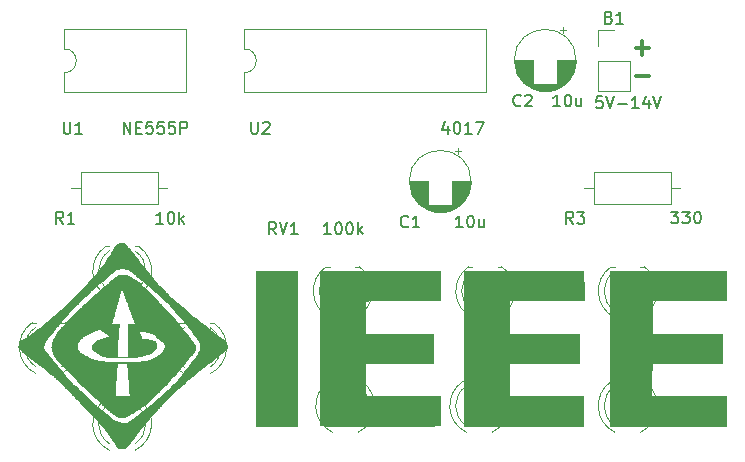
<source format=gbr>
%TF.GenerationSoftware,KiCad,Pcbnew,6.0.10-86aedd382b~118~ubuntu20.04.1*%
%TF.CreationDate,2023-03-02T00:13:09-08:00*%
%TF.ProjectId,SolderProject,536f6c64-6572-4507-926f-6a6563742e6b,rev?*%
%TF.SameCoordinates,Original*%
%TF.FileFunction,Legend,Top*%
%TF.FilePolarity,Positive*%
%FSLAX46Y46*%
G04 Gerber Fmt 4.6, Leading zero omitted, Abs format (unit mm)*
G04 Created by KiCad (PCBNEW 6.0.10-86aedd382b~118~ubuntu20.04.1) date 2023-03-02 00:13:09*
%MOMM*%
%LPD*%
G01*
G04 APERTURE LIST*
%ADD10C,0.300000*%
%ADD11C,0.150000*%
%ADD12C,0.120000*%
G04 APERTURE END LIST*
D10*
X152428571Y-64939642D02*
X153571428Y-64939642D01*
X153000000Y-65511071D02*
X153000000Y-64368214D01*
X152428571Y-67354642D02*
X153571428Y-67354642D01*
D11*
%TO.C,U1*%
X104003095Y-71217380D02*
X104003095Y-72026904D01*
X104050714Y-72122142D01*
X104098333Y-72169761D01*
X104193571Y-72217380D01*
X104384047Y-72217380D01*
X104479285Y-72169761D01*
X104526904Y-72122142D01*
X104574523Y-72026904D01*
X104574523Y-71217380D01*
X105574523Y-72217380D02*
X105003095Y-72217380D01*
X105288809Y-72217380D02*
X105288809Y-71217380D01*
X105193571Y-71360238D01*
X105098333Y-71455476D01*
X105003095Y-71503095D01*
X109083333Y-72217380D02*
X109083333Y-71217380D01*
X109654761Y-72217380D01*
X109654761Y-71217380D01*
X110130952Y-71693571D02*
X110464285Y-71693571D01*
X110607142Y-72217380D02*
X110130952Y-72217380D01*
X110130952Y-71217380D01*
X110607142Y-71217380D01*
X111511904Y-71217380D02*
X111035714Y-71217380D01*
X110988095Y-71693571D01*
X111035714Y-71645952D01*
X111130952Y-71598333D01*
X111369047Y-71598333D01*
X111464285Y-71645952D01*
X111511904Y-71693571D01*
X111559523Y-71788809D01*
X111559523Y-72026904D01*
X111511904Y-72122142D01*
X111464285Y-72169761D01*
X111369047Y-72217380D01*
X111130952Y-72217380D01*
X111035714Y-72169761D01*
X110988095Y-72122142D01*
X112464285Y-71217380D02*
X111988095Y-71217380D01*
X111940476Y-71693571D01*
X111988095Y-71645952D01*
X112083333Y-71598333D01*
X112321428Y-71598333D01*
X112416666Y-71645952D01*
X112464285Y-71693571D01*
X112511904Y-71788809D01*
X112511904Y-72026904D01*
X112464285Y-72122142D01*
X112416666Y-72169761D01*
X112321428Y-72217380D01*
X112083333Y-72217380D01*
X111988095Y-72169761D01*
X111940476Y-72122142D01*
X113416666Y-71217380D02*
X112940476Y-71217380D01*
X112892857Y-71693571D01*
X112940476Y-71645952D01*
X113035714Y-71598333D01*
X113273809Y-71598333D01*
X113369047Y-71645952D01*
X113416666Y-71693571D01*
X113464285Y-71788809D01*
X113464285Y-72026904D01*
X113416666Y-72122142D01*
X113369047Y-72169761D01*
X113273809Y-72217380D01*
X113035714Y-72217380D01*
X112940476Y-72169761D01*
X112892857Y-72122142D01*
X113892857Y-72217380D02*
X113892857Y-71217380D01*
X114273809Y-71217380D01*
X114369047Y-71265000D01*
X114416666Y-71312619D01*
X114464285Y-71407857D01*
X114464285Y-71550714D01*
X114416666Y-71645952D01*
X114369047Y-71693571D01*
X114273809Y-71741190D01*
X113892857Y-71741190D01*
%TO.C,C1*%
X133183333Y-80047030D02*
X133135714Y-80094649D01*
X132992857Y-80142268D01*
X132897619Y-80142268D01*
X132754761Y-80094649D01*
X132659523Y-79999411D01*
X132611904Y-79904173D01*
X132564285Y-79713697D01*
X132564285Y-79570840D01*
X132611904Y-79380364D01*
X132659523Y-79285126D01*
X132754761Y-79189888D01*
X132897619Y-79142268D01*
X132992857Y-79142268D01*
X133135714Y-79189888D01*
X133183333Y-79237507D01*
X134135714Y-80142268D02*
X133564285Y-80142268D01*
X133850000Y-80142268D02*
X133850000Y-79142268D01*
X133754761Y-79285126D01*
X133659523Y-79380364D01*
X133564285Y-79427983D01*
X137787142Y-80142268D02*
X137215714Y-80142268D01*
X137501428Y-80142268D02*
X137501428Y-79142268D01*
X137406190Y-79285126D01*
X137310952Y-79380364D01*
X137215714Y-79427983D01*
X138406190Y-79142268D02*
X138501428Y-79142268D01*
X138596666Y-79189888D01*
X138644285Y-79237507D01*
X138691904Y-79332745D01*
X138739523Y-79523221D01*
X138739523Y-79761316D01*
X138691904Y-79951792D01*
X138644285Y-80047030D01*
X138596666Y-80094649D01*
X138501428Y-80142268D01*
X138406190Y-80142268D01*
X138310952Y-80094649D01*
X138263333Y-80047030D01*
X138215714Y-79951792D01*
X138168095Y-79761316D01*
X138168095Y-79523221D01*
X138215714Y-79332745D01*
X138263333Y-79237507D01*
X138310952Y-79189888D01*
X138406190Y-79142268D01*
X139596666Y-79475602D02*
X139596666Y-80142268D01*
X139168095Y-79475602D02*
X139168095Y-79999411D01*
X139215714Y-80094649D01*
X139310952Y-80142268D01*
X139453809Y-80142268D01*
X139549047Y-80094649D01*
X139596666Y-80047030D01*
%TO.C,U2*%
X119888095Y-71207380D02*
X119888095Y-72016904D01*
X119935714Y-72112142D01*
X119983333Y-72159761D01*
X120078571Y-72207380D01*
X120269047Y-72207380D01*
X120364285Y-72159761D01*
X120411904Y-72112142D01*
X120459523Y-72016904D01*
X120459523Y-71207380D01*
X120888095Y-71302619D02*
X120935714Y-71255000D01*
X121030952Y-71207380D01*
X121269047Y-71207380D01*
X121364285Y-71255000D01*
X121411904Y-71302619D01*
X121459523Y-71397857D01*
X121459523Y-71493095D01*
X121411904Y-71635952D01*
X120840476Y-72207380D01*
X121459523Y-72207380D01*
X136556904Y-71540714D02*
X136556904Y-72207380D01*
X136318809Y-71159761D02*
X136080714Y-71874047D01*
X136699761Y-71874047D01*
X137271190Y-71207380D02*
X137366428Y-71207380D01*
X137461666Y-71255000D01*
X137509285Y-71302619D01*
X137556904Y-71397857D01*
X137604523Y-71588333D01*
X137604523Y-71826428D01*
X137556904Y-72016904D01*
X137509285Y-72112142D01*
X137461666Y-72159761D01*
X137366428Y-72207380D01*
X137271190Y-72207380D01*
X137175952Y-72159761D01*
X137128333Y-72112142D01*
X137080714Y-72016904D01*
X137033095Y-71826428D01*
X137033095Y-71588333D01*
X137080714Y-71397857D01*
X137128333Y-71302619D01*
X137175952Y-71255000D01*
X137271190Y-71207380D01*
X138556904Y-72207380D02*
X137985476Y-72207380D01*
X138271190Y-72207380D02*
X138271190Y-71207380D01*
X138175952Y-71350238D01*
X138080714Y-71445476D01*
X137985476Y-71493095D01*
X138890238Y-71207380D02*
X139556904Y-71207380D01*
X139128333Y-72207380D01*
%TO.C,R3*%
X147153333Y-79827380D02*
X146820000Y-79351190D01*
X146581904Y-79827380D02*
X146581904Y-78827380D01*
X146962857Y-78827380D01*
X147058095Y-78875000D01*
X147105714Y-78922619D01*
X147153333Y-79017857D01*
X147153333Y-79160714D01*
X147105714Y-79255952D01*
X147058095Y-79303571D01*
X146962857Y-79351190D01*
X146581904Y-79351190D01*
X147486666Y-78827380D02*
X148105714Y-78827380D01*
X147772380Y-79208333D01*
X147915238Y-79208333D01*
X148010476Y-79255952D01*
X148058095Y-79303571D01*
X148105714Y-79398809D01*
X148105714Y-79636904D01*
X148058095Y-79732142D01*
X148010476Y-79779761D01*
X147915238Y-79827380D01*
X147629523Y-79827380D01*
X147534285Y-79779761D01*
X147486666Y-79732142D01*
X155432285Y-78813380D02*
X156051333Y-78813380D01*
X155718000Y-79194333D01*
X155860857Y-79194333D01*
X155956095Y-79241952D01*
X156003714Y-79289571D01*
X156051333Y-79384809D01*
X156051333Y-79622904D01*
X156003714Y-79718142D01*
X155956095Y-79765761D01*
X155860857Y-79813380D01*
X155575142Y-79813380D01*
X155479904Y-79765761D01*
X155432285Y-79718142D01*
X156384666Y-78813380D02*
X157003714Y-78813380D01*
X156670380Y-79194333D01*
X156813238Y-79194333D01*
X156908476Y-79241952D01*
X156956095Y-79289571D01*
X157003714Y-79384809D01*
X157003714Y-79622904D01*
X156956095Y-79718142D01*
X156908476Y-79765761D01*
X156813238Y-79813380D01*
X156527523Y-79813380D01*
X156432285Y-79765761D01*
X156384666Y-79718142D01*
X157622761Y-78813380D02*
X157718000Y-78813380D01*
X157813238Y-78861000D01*
X157860857Y-78908619D01*
X157908476Y-79003857D01*
X157956095Y-79194333D01*
X157956095Y-79432428D01*
X157908476Y-79622904D01*
X157860857Y-79718142D01*
X157813238Y-79765761D01*
X157718000Y-79813380D01*
X157622761Y-79813380D01*
X157527523Y-79765761D01*
X157479904Y-79718142D01*
X157432285Y-79622904D01*
X157384666Y-79432428D01*
X157384666Y-79194333D01*
X157432285Y-79003857D01*
X157479904Y-78908619D01*
X157527523Y-78861000D01*
X157622761Y-78813380D01*
%TO.C,B1*%
X150195238Y-62368571D02*
X150338095Y-62416190D01*
X150385714Y-62463809D01*
X150433333Y-62559047D01*
X150433333Y-62701904D01*
X150385714Y-62797142D01*
X150338095Y-62844761D01*
X150242857Y-62892380D01*
X149861904Y-62892380D01*
X149861904Y-61892380D01*
X150195238Y-61892380D01*
X150290476Y-61940000D01*
X150338095Y-61987619D01*
X150385714Y-62082857D01*
X150385714Y-62178095D01*
X150338095Y-62273333D01*
X150290476Y-62320952D01*
X150195238Y-62368571D01*
X149861904Y-62368571D01*
X151385714Y-62892380D02*
X150814285Y-62892380D01*
X151100000Y-62892380D02*
X151100000Y-61892380D01*
X151004761Y-62035238D01*
X150909523Y-62130476D01*
X150814285Y-62178095D01*
X149609523Y-69052380D02*
X149133333Y-69052380D01*
X149085714Y-69528571D01*
X149133333Y-69480952D01*
X149228571Y-69433333D01*
X149466666Y-69433333D01*
X149561904Y-69480952D01*
X149609523Y-69528571D01*
X149657142Y-69623809D01*
X149657142Y-69861904D01*
X149609523Y-69957142D01*
X149561904Y-70004761D01*
X149466666Y-70052380D01*
X149228571Y-70052380D01*
X149133333Y-70004761D01*
X149085714Y-69957142D01*
X149942857Y-69052380D02*
X150276190Y-70052380D01*
X150609523Y-69052380D01*
X150942857Y-69671428D02*
X151704761Y-69671428D01*
X152704761Y-70052380D02*
X152133333Y-70052380D01*
X152419047Y-70052380D02*
X152419047Y-69052380D01*
X152323809Y-69195238D01*
X152228571Y-69290476D01*
X152133333Y-69338095D01*
X153561904Y-69385714D02*
X153561904Y-70052380D01*
X153323809Y-69004761D02*
X153085714Y-69719047D01*
X153704761Y-69719047D01*
X153942857Y-69052380D02*
X154276190Y-70052380D01*
X154609523Y-69052380D01*
%TO.C,RV1*%
X121999761Y-80716380D02*
X121666428Y-80240190D01*
X121428333Y-80716380D02*
X121428333Y-79716380D01*
X121809285Y-79716380D01*
X121904523Y-79764000D01*
X121952142Y-79811619D01*
X121999761Y-79906857D01*
X121999761Y-80049714D01*
X121952142Y-80144952D01*
X121904523Y-80192571D01*
X121809285Y-80240190D01*
X121428333Y-80240190D01*
X122285476Y-79716380D02*
X122618809Y-80716380D01*
X122952142Y-79716380D01*
X123809285Y-80716380D02*
X123237857Y-80716380D01*
X123523571Y-80716380D02*
X123523571Y-79716380D01*
X123428333Y-79859238D01*
X123333095Y-79954476D01*
X123237857Y-80002095D01*
X126603571Y-80716380D02*
X126032142Y-80716380D01*
X126317857Y-80716380D02*
X126317857Y-79716380D01*
X126222619Y-79859238D01*
X126127380Y-79954476D01*
X126032142Y-80002095D01*
X127222619Y-79716380D02*
X127317857Y-79716380D01*
X127413095Y-79764000D01*
X127460714Y-79811619D01*
X127508333Y-79906857D01*
X127555952Y-80097333D01*
X127555952Y-80335428D01*
X127508333Y-80525904D01*
X127460714Y-80621142D01*
X127413095Y-80668761D01*
X127317857Y-80716380D01*
X127222619Y-80716380D01*
X127127380Y-80668761D01*
X127079761Y-80621142D01*
X127032142Y-80525904D01*
X126984523Y-80335428D01*
X126984523Y-80097333D01*
X127032142Y-79906857D01*
X127079761Y-79811619D01*
X127127380Y-79764000D01*
X127222619Y-79716380D01*
X128175000Y-79716380D02*
X128270238Y-79716380D01*
X128365476Y-79764000D01*
X128413095Y-79811619D01*
X128460714Y-79906857D01*
X128508333Y-80097333D01*
X128508333Y-80335428D01*
X128460714Y-80525904D01*
X128413095Y-80621142D01*
X128365476Y-80668761D01*
X128270238Y-80716380D01*
X128175000Y-80716380D01*
X128079761Y-80668761D01*
X128032142Y-80621142D01*
X127984523Y-80525904D01*
X127936904Y-80335428D01*
X127936904Y-80097333D01*
X127984523Y-79906857D01*
X128032142Y-79811619D01*
X128079761Y-79764000D01*
X128175000Y-79716380D01*
X128936904Y-80716380D02*
X128936904Y-79716380D01*
X129032142Y-80335428D02*
X129317857Y-80716380D01*
X129317857Y-80049714D02*
X128936904Y-80430666D01*
%TO.C,C2*%
X142708333Y-69802142D02*
X142660714Y-69849761D01*
X142517857Y-69897380D01*
X142422619Y-69897380D01*
X142279761Y-69849761D01*
X142184523Y-69754523D01*
X142136904Y-69659285D01*
X142089285Y-69468809D01*
X142089285Y-69325952D01*
X142136904Y-69135476D01*
X142184523Y-69040238D01*
X142279761Y-68945000D01*
X142422619Y-68897380D01*
X142517857Y-68897380D01*
X142660714Y-68945000D01*
X142708333Y-68992619D01*
X143089285Y-68992619D02*
X143136904Y-68945000D01*
X143232142Y-68897380D01*
X143470238Y-68897380D01*
X143565476Y-68945000D01*
X143613095Y-68992619D01*
X143660714Y-69087857D01*
X143660714Y-69183095D01*
X143613095Y-69325952D01*
X143041666Y-69897380D01*
X143660714Y-69897380D01*
X146042142Y-69897380D02*
X145470714Y-69897380D01*
X145756428Y-69897380D02*
X145756428Y-68897380D01*
X145661190Y-69040238D01*
X145565952Y-69135476D01*
X145470714Y-69183095D01*
X146661190Y-68897380D02*
X146756428Y-68897380D01*
X146851666Y-68945000D01*
X146899285Y-68992619D01*
X146946904Y-69087857D01*
X146994523Y-69278333D01*
X146994523Y-69516428D01*
X146946904Y-69706904D01*
X146899285Y-69802142D01*
X146851666Y-69849761D01*
X146756428Y-69897380D01*
X146661190Y-69897380D01*
X146565952Y-69849761D01*
X146518333Y-69802142D01*
X146470714Y-69706904D01*
X146423095Y-69516428D01*
X146423095Y-69278333D01*
X146470714Y-69087857D01*
X146518333Y-68992619D01*
X146565952Y-68945000D01*
X146661190Y-68897380D01*
X147851666Y-69230714D02*
X147851666Y-69897380D01*
X147423095Y-69230714D02*
X147423095Y-69754523D01*
X147470714Y-69849761D01*
X147565952Y-69897380D01*
X147708809Y-69897380D01*
X147804047Y-69849761D01*
X147851666Y-69802142D01*
%TO.C,R1*%
X103973333Y-79827380D02*
X103640000Y-79351190D01*
X103401904Y-79827380D02*
X103401904Y-78827380D01*
X103782857Y-78827380D01*
X103878095Y-78875000D01*
X103925714Y-78922619D01*
X103973333Y-79017857D01*
X103973333Y-79160714D01*
X103925714Y-79255952D01*
X103878095Y-79303571D01*
X103782857Y-79351190D01*
X103401904Y-79351190D01*
X104925714Y-79827380D02*
X104354285Y-79827380D01*
X104640000Y-79827380D02*
X104640000Y-78827380D01*
X104544761Y-78970238D01*
X104449523Y-79065476D01*
X104354285Y-79113095D01*
X112434761Y-79827380D02*
X111863333Y-79827380D01*
X112149047Y-79827380D02*
X112149047Y-78827380D01*
X112053809Y-78970238D01*
X111958571Y-79065476D01*
X111863333Y-79113095D01*
X113053809Y-78827380D02*
X113149047Y-78827380D01*
X113244285Y-78875000D01*
X113291904Y-78922619D01*
X113339523Y-79017857D01*
X113387142Y-79208333D01*
X113387142Y-79446428D01*
X113339523Y-79636904D01*
X113291904Y-79732142D01*
X113244285Y-79779761D01*
X113149047Y-79827380D01*
X113053809Y-79827380D01*
X112958571Y-79779761D01*
X112910952Y-79732142D01*
X112863333Y-79636904D01*
X112815714Y-79446428D01*
X112815714Y-79208333D01*
X112863333Y-79017857D01*
X112910952Y-78922619D01*
X112958571Y-78875000D01*
X113053809Y-78827380D01*
X113815714Y-79827380D02*
X113815714Y-78827380D01*
X113910952Y-79446428D02*
X114196666Y-79827380D01*
X114196666Y-79160714D02*
X113815714Y-79541666D01*
D12*
%TO.C,D3*%
X110365000Y-94714000D02*
X110046000Y-94714000D01*
X107886000Y-94714000D02*
X107567000Y-94714000D01*
X107567251Y-94714000D02*
G75*
G03*
X107885276Y-99017242I1398749J-2060000D01*
G01*
X107886000Y-95090670D02*
G75*
G03*
X107885039Y-98456713I1080000J-1683330D01*
G01*
X110046724Y-99017242D02*
G75*
G03*
X110364749Y-94714000I-1080724J2243242D01*
G01*
X110046961Y-98456713D02*
G75*
G03*
X110046000Y-95090670I-1080961J1682713D01*
G01*
%TO.C,G\u002A\u002A\u002A*%
G36*
X148098910Y-83985365D02*
G01*
X148099834Y-84013795D01*
X148100826Y-84061061D01*
X148101873Y-84125647D01*
X148102959Y-84206039D01*
X148104070Y-84300719D01*
X148105190Y-84408172D01*
X148106305Y-84526881D01*
X148107400Y-84655332D01*
X148108458Y-84792008D01*
X148109467Y-84935393D01*
X148110410Y-85083971D01*
X148111273Y-85236227D01*
X148111291Y-85239592D01*
X148112209Y-85419006D01*
X148112946Y-85579125D01*
X148113495Y-85721004D01*
X148113850Y-85845702D01*
X148114002Y-85954273D01*
X148113944Y-86047774D01*
X148113670Y-86127262D01*
X148113173Y-86193793D01*
X148112444Y-86248424D01*
X148111477Y-86292210D01*
X148110265Y-86326209D01*
X148108800Y-86351476D01*
X148107075Y-86369069D01*
X148105083Y-86380043D01*
X148103489Y-86384423D01*
X148089744Y-86409864D01*
X141781050Y-86420040D01*
X141773519Y-86577773D01*
X141772512Y-86608649D01*
X141771499Y-86658393D01*
X141770492Y-86725519D01*
X141769501Y-86808542D01*
X141768538Y-86905976D01*
X141767613Y-87016337D01*
X141766738Y-87138140D01*
X141765925Y-87269899D01*
X141765183Y-87410128D01*
X141764525Y-87557344D01*
X141763961Y-87710060D01*
X141763502Y-87866791D01*
X141763343Y-87934133D01*
X141762966Y-88120913D01*
X141762710Y-88288308D01*
X141762584Y-88437288D01*
X141762595Y-88568821D01*
X141762753Y-88683874D01*
X141763066Y-88783417D01*
X141763541Y-88868416D01*
X141764189Y-88939841D01*
X141765017Y-88998660D01*
X141766034Y-89045841D01*
X141767247Y-89082351D01*
X141768667Y-89109161D01*
X141770301Y-89127237D01*
X141772157Y-89137548D01*
X141773910Y-89140927D01*
X141785274Y-89141787D01*
X141816000Y-89142691D01*
X141865098Y-89143631D01*
X141931578Y-89144599D01*
X142014449Y-89145588D01*
X142112721Y-89146591D01*
X142225404Y-89147599D01*
X142351508Y-89148607D01*
X142490042Y-89149606D01*
X142640016Y-89150588D01*
X142800440Y-89151547D01*
X142970323Y-89152474D01*
X143148675Y-89153363D01*
X143334507Y-89154206D01*
X143526827Y-89154995D01*
X143724645Y-89155723D01*
X143748109Y-89155804D01*
X143963953Y-89156561D01*
X144184506Y-89157373D01*
X144408004Y-89158229D01*
X144632680Y-89159123D01*
X144856770Y-89160046D01*
X145078509Y-89160990D01*
X145296132Y-89161947D01*
X145507872Y-89162909D01*
X145711966Y-89163868D01*
X145906647Y-89164816D01*
X146090151Y-89165745D01*
X146260712Y-89166647D01*
X146416566Y-89167513D01*
X146555947Y-89168337D01*
X146677090Y-89169109D01*
X146698738Y-89169255D01*
X147688382Y-89175996D01*
X147688382Y-91706619D01*
X144737860Y-91706619D01*
X144437329Y-91706634D01*
X144156559Y-91706683D01*
X143894961Y-91706766D01*
X143651943Y-91706888D01*
X143426915Y-91707049D01*
X143219287Y-91707254D01*
X143028467Y-91707504D01*
X142853865Y-91707802D01*
X142694890Y-91708151D01*
X142550952Y-91708552D01*
X142421460Y-91709010D01*
X142305824Y-91709525D01*
X142203452Y-91710101D01*
X142113754Y-91710740D01*
X142036140Y-91711445D01*
X141970019Y-91712219D01*
X141914799Y-91713063D01*
X141869891Y-91713980D01*
X141834704Y-91714974D01*
X141808647Y-91716046D01*
X141791130Y-91717198D01*
X141781562Y-91718435D01*
X141779285Y-91719339D01*
X141778162Y-91731057D01*
X141777062Y-91761652D01*
X141775988Y-91809651D01*
X141774945Y-91873578D01*
X141773939Y-91951960D01*
X141772973Y-92043321D01*
X141772054Y-92146188D01*
X141771185Y-92259085D01*
X141770371Y-92380538D01*
X141769618Y-92509072D01*
X141768930Y-92643213D01*
X141768312Y-92781486D01*
X141767769Y-92922416D01*
X141767305Y-93064530D01*
X141766926Y-93206352D01*
X141766636Y-93346407D01*
X141766440Y-93483222D01*
X141766343Y-93615322D01*
X141766349Y-93741231D01*
X141766465Y-93859476D01*
X141766693Y-93968582D01*
X141767040Y-94067074D01*
X141767510Y-94153478D01*
X141768107Y-94226319D01*
X141768838Y-94284123D01*
X141769705Y-94325415D01*
X141770684Y-94348309D01*
X141777859Y-94444006D01*
X144934102Y-94446567D01*
X148090345Y-94449127D01*
X148092928Y-95727237D01*
X148095511Y-97005348D01*
X147746934Y-97011971D01*
X147709085Y-97012498D01*
X147651756Y-97013020D01*
X147575778Y-97013536D01*
X147481977Y-97014046D01*
X147371182Y-97014549D01*
X147244221Y-97015045D01*
X147101922Y-97015532D01*
X146945114Y-97016010D01*
X146774623Y-97016479D01*
X146591280Y-97016938D01*
X146395910Y-97017385D01*
X146189343Y-97017821D01*
X145972407Y-97018245D01*
X145745929Y-97018656D01*
X145510738Y-97019053D01*
X145267662Y-97019436D01*
X145017529Y-97019804D01*
X144761168Y-97020156D01*
X144499405Y-97020493D01*
X144233069Y-97020812D01*
X143962989Y-97021113D01*
X143689993Y-97021397D01*
X143414908Y-97021661D01*
X143138562Y-97021906D01*
X142861784Y-97022130D01*
X142585402Y-97022334D01*
X142310244Y-97022516D01*
X142037138Y-97022676D01*
X141766912Y-97022812D01*
X141500395Y-97022925D01*
X141238413Y-97023014D01*
X140981796Y-97023078D01*
X140731371Y-97023116D01*
X140487967Y-97023128D01*
X140252411Y-97023113D01*
X140025532Y-97023070D01*
X139808158Y-97022999D01*
X139601117Y-97022899D01*
X139405236Y-97022770D01*
X139221345Y-97022610D01*
X139050271Y-97022419D01*
X138892842Y-97022196D01*
X138749887Y-97021941D01*
X138622233Y-97021654D01*
X138510708Y-97021332D01*
X138416141Y-97020976D01*
X138339360Y-97020585D01*
X138281193Y-97020159D01*
X138242467Y-97019696D01*
X138239704Y-97019648D01*
X137903886Y-97013550D01*
X137901335Y-90432040D01*
X137898783Y-83850529D01*
X148092473Y-83850529D01*
X148098910Y-83985365D01*
G37*
G36*
X100192369Y-89364122D02*
G01*
X100193094Y-89383883D01*
X100194198Y-89447012D01*
X100194397Y-89518647D01*
X100193690Y-89586963D01*
X100193094Y-89612849D01*
X100192206Y-89635392D01*
X100191412Y-89638809D01*
X100190744Y-89624326D01*
X100190238Y-89593169D01*
X100189930Y-89546564D01*
X100189848Y-89498366D01*
X100189972Y-89440154D01*
X100190321Y-89396398D01*
X100190860Y-89368323D01*
X100191554Y-89357155D01*
X100192369Y-89364122D01*
G37*
G36*
X134247283Y-83862387D02*
G01*
X134448399Y-83862433D01*
X134638152Y-83862513D01*
X134815752Y-83862629D01*
X134980410Y-83862781D01*
X135131336Y-83862970D01*
X135267740Y-83863196D01*
X135388833Y-83863462D01*
X135493824Y-83863767D01*
X135581925Y-83864113D01*
X135652344Y-83864501D01*
X135704293Y-83864932D01*
X135736982Y-83865406D01*
X135744235Y-83865599D01*
X135965305Y-83873135D01*
X135965305Y-86414952D01*
X132800162Y-86414952D01*
X132498913Y-86414956D01*
X132217352Y-86414970D01*
X131954814Y-86414998D01*
X131710633Y-86415044D01*
X131484146Y-86415111D01*
X131274687Y-86415203D01*
X131081591Y-86415324D01*
X130904194Y-86415477D01*
X130741830Y-86415667D01*
X130593834Y-86415897D01*
X130459543Y-86416171D01*
X130338290Y-86416492D01*
X130229412Y-86416864D01*
X130132242Y-86417292D01*
X130046117Y-86417778D01*
X129970371Y-86418326D01*
X129904340Y-86418941D01*
X129847358Y-86419626D01*
X129798761Y-86420384D01*
X129757883Y-86421219D01*
X129724061Y-86422136D01*
X129696629Y-86423138D01*
X129674922Y-86424228D01*
X129658275Y-86425410D01*
X129646024Y-86426689D01*
X129637503Y-86428067D01*
X129632048Y-86429548D01*
X129628994Y-86431137D01*
X129627706Y-86432761D01*
X129626811Y-86444946D01*
X129625948Y-86476274D01*
X129625123Y-86525533D01*
X129624342Y-86591512D01*
X129623613Y-86673001D01*
X129622941Y-86768789D01*
X129622333Y-86877666D01*
X129621795Y-86998420D01*
X129621335Y-87129842D01*
X129620959Y-87270720D01*
X129620673Y-87419844D01*
X129620483Y-87576002D01*
X129620398Y-87737986D01*
X129620393Y-87785693D01*
X129620425Y-87983643D01*
X129620529Y-88162157D01*
X129620712Y-88322155D01*
X129620983Y-88464551D01*
X129621353Y-88590265D01*
X129621829Y-88700213D01*
X129622422Y-88795313D01*
X129623139Y-88876481D01*
X129623990Y-88944637D01*
X129624983Y-89000696D01*
X129626129Y-89045576D01*
X129627435Y-89080195D01*
X129628911Y-89105470D01*
X129630566Y-89122318D01*
X129632409Y-89131657D01*
X129633622Y-89134050D01*
X129638105Y-89135419D01*
X129649155Y-89136707D01*
X129667400Y-89137920D01*
X129693469Y-89139060D01*
X129727992Y-89140133D01*
X129771597Y-89141141D01*
X129824912Y-89142090D01*
X129888568Y-89142983D01*
X129963192Y-89143824D01*
X130049413Y-89144617D01*
X130147861Y-89145366D01*
X130259165Y-89146076D01*
X130383952Y-89146750D01*
X130522853Y-89147392D01*
X130676495Y-89148007D01*
X130845508Y-89148598D01*
X131030521Y-89149169D01*
X131232163Y-89149725D01*
X131451061Y-89150270D01*
X131687846Y-89150807D01*
X131943146Y-89151341D01*
X132217591Y-89151875D01*
X132488069Y-89152372D01*
X135329287Y-89157460D01*
X135331871Y-90426934D01*
X135334454Y-91696407D01*
X132487600Y-91698969D01*
X129640745Y-91701531D01*
X129638165Y-93072785D01*
X129635584Y-94444039D01*
X132794267Y-94444039D01*
X133095198Y-94444043D01*
X133376442Y-94444057D01*
X133638665Y-94444085D01*
X133882531Y-94444130D01*
X134108708Y-94444198D01*
X134317859Y-94444290D01*
X134510651Y-94444411D01*
X134687750Y-94444565D01*
X134849820Y-94444756D01*
X134997528Y-94444986D01*
X135131539Y-94445261D01*
X135252519Y-94445583D01*
X135361132Y-94445956D01*
X135458045Y-94446385D01*
X135543923Y-94446872D01*
X135619432Y-94447422D01*
X135685238Y-94448039D01*
X135742005Y-94448725D01*
X135790400Y-94449486D01*
X135831087Y-94450324D01*
X135864733Y-94451243D01*
X135892004Y-94452248D01*
X135913564Y-94453341D01*
X135930079Y-94454527D01*
X135942214Y-94455809D01*
X135950636Y-94457191D01*
X135956010Y-94458677D01*
X135959002Y-94460271D01*
X135960227Y-94461847D01*
X135962809Y-94478252D01*
X135965249Y-94513453D01*
X135967544Y-94565893D01*
X135969685Y-94634018D01*
X135971669Y-94716270D01*
X135973488Y-94811093D01*
X135975139Y-94916932D01*
X135976614Y-95032230D01*
X135977908Y-95155431D01*
X135979015Y-95284979D01*
X135979931Y-95419318D01*
X135980648Y-95556892D01*
X135981162Y-95696145D01*
X135981467Y-95835520D01*
X135981557Y-95973461D01*
X135981426Y-96108413D01*
X135981069Y-96238818D01*
X135980480Y-96363122D01*
X135979653Y-96479768D01*
X135978583Y-96587199D01*
X135977263Y-96683860D01*
X135975690Y-96768195D01*
X135973855Y-96838647D01*
X135971755Y-96893660D01*
X135969383Y-96931678D01*
X135969247Y-96933213D01*
X135963645Y-96995344D01*
X135626114Y-97001836D01*
X135583513Y-97002457D01*
X135521430Y-97003066D01*
X135440734Y-97003664D01*
X135342296Y-97004249D01*
X135226986Y-97004821D01*
X135095674Y-97005378D01*
X134949231Y-97005921D01*
X134788525Y-97006448D01*
X134614428Y-97006958D01*
X134427809Y-97007452D01*
X134229539Y-97007927D01*
X134020488Y-97008384D01*
X133801526Y-97008822D01*
X133573522Y-97009240D01*
X133337348Y-97009637D01*
X133093873Y-97010012D01*
X132843967Y-97010366D01*
X132588501Y-97010696D01*
X132328344Y-97011003D01*
X132064367Y-97011285D01*
X131797440Y-97011542D01*
X131528433Y-97011774D01*
X131258215Y-97011978D01*
X130987658Y-97012156D01*
X130717632Y-97012305D01*
X130449005Y-97012426D01*
X130182649Y-97012517D01*
X129919434Y-97012578D01*
X129660229Y-97012608D01*
X129405906Y-97012606D01*
X129157333Y-97012572D01*
X128915381Y-97012505D01*
X128680921Y-97012404D01*
X128454822Y-97012268D01*
X128237955Y-97012097D01*
X128031189Y-97011889D01*
X127835394Y-97011645D01*
X127651442Y-97011364D01*
X127480201Y-97011044D01*
X127322543Y-97010685D01*
X127179337Y-97010287D01*
X127051453Y-97009848D01*
X126939761Y-97009368D01*
X126898237Y-97009156D01*
X126747376Y-97008322D01*
X126602283Y-97007480D01*
X126464246Y-97006640D01*
X126334553Y-97005811D01*
X126214494Y-97005003D01*
X126105355Y-97004226D01*
X126008426Y-97003489D01*
X125924995Y-97002801D01*
X125856349Y-97002173D01*
X125803778Y-97001614D01*
X125768569Y-97001132D01*
X125752011Y-97000739D01*
X125750862Y-97000633D01*
X125750720Y-96990415D01*
X125750581Y-96960381D01*
X125750443Y-96911069D01*
X125750309Y-96843015D01*
X125750176Y-96756756D01*
X125750047Y-96652830D01*
X125749920Y-96531772D01*
X125749797Y-96394121D01*
X125749677Y-96240414D01*
X125749561Y-96071186D01*
X125749448Y-95886975D01*
X125749340Y-95688318D01*
X125749236Y-95475753D01*
X125749136Y-95249815D01*
X125749041Y-95011043D01*
X125748951Y-94759972D01*
X125748866Y-94497140D01*
X125748786Y-94223084D01*
X125748712Y-93938341D01*
X125748644Y-93643447D01*
X125748581Y-93338940D01*
X125748525Y-93025357D01*
X125748475Y-92703235D01*
X125748431Y-92373110D01*
X125748394Y-92035520D01*
X125748364Y-91691001D01*
X125748342Y-91340091D01*
X125748326Y-90983327D01*
X125748319Y-90621245D01*
X125748318Y-90440953D01*
X125748318Y-83883621D01*
X125959475Y-83877234D01*
X125987738Y-83876680D01*
X126035439Y-83876123D01*
X126101787Y-83875565D01*
X126185992Y-83875006D01*
X126287266Y-83874447D01*
X126404818Y-83873890D01*
X126537859Y-83873335D01*
X126685598Y-83872783D01*
X126847247Y-83872235D01*
X127022014Y-83871693D01*
X127209112Y-83871156D01*
X127407749Y-83870627D01*
X127617137Y-83870105D01*
X127836484Y-83869592D01*
X128065003Y-83869089D01*
X128301902Y-83868596D01*
X128546392Y-83868116D01*
X128797684Y-83867647D01*
X129054987Y-83867193D01*
X129317513Y-83866753D01*
X129584470Y-83866328D01*
X129855070Y-83865919D01*
X130128522Y-83865528D01*
X130404037Y-83865155D01*
X130680825Y-83864801D01*
X130958097Y-83864468D01*
X131235063Y-83864155D01*
X131510932Y-83863864D01*
X131784915Y-83863597D01*
X132056223Y-83863353D01*
X132324065Y-83863134D01*
X132587653Y-83862940D01*
X132846195Y-83862774D01*
X133098903Y-83862635D01*
X133344987Y-83862524D01*
X133583656Y-83862443D01*
X133814122Y-83862393D01*
X134035594Y-83862373D01*
X134247283Y-83862387D01*
G37*
G36*
X160179768Y-86409864D02*
G01*
X157027665Y-86412424D01*
X153875561Y-86414985D01*
X153875561Y-89149743D01*
X153939163Y-89158346D01*
X153954615Y-89159079D01*
X153989581Y-89159809D01*
X154043220Y-89160535D01*
X154114694Y-89161252D01*
X154203162Y-89161957D01*
X154307787Y-89162649D01*
X154427727Y-89163322D01*
X154562144Y-89163976D01*
X154710199Y-89164605D01*
X154871052Y-89165208D01*
X155043863Y-89165781D01*
X155227793Y-89166322D01*
X155422004Y-89166826D01*
X155625655Y-89167291D01*
X155837906Y-89167715D01*
X156057920Y-89168093D01*
X156284855Y-89168423D01*
X156517874Y-89168702D01*
X156756136Y-89168926D01*
X156847036Y-89168996D01*
X157086891Y-89169198D01*
X157321736Y-89169455D01*
X157550737Y-89169764D01*
X157773059Y-89170121D01*
X157987868Y-89170523D01*
X158194330Y-89170968D01*
X158391609Y-89171453D01*
X158578872Y-89171974D01*
X158755283Y-89172528D01*
X158920009Y-89173112D01*
X159072215Y-89173724D01*
X159211067Y-89174360D01*
X159335729Y-89175017D01*
X159445368Y-89175693D01*
X159539149Y-89176383D01*
X159616238Y-89177086D01*
X159675800Y-89177798D01*
X159717001Y-89178516D01*
X159739005Y-89179237D01*
X159742188Y-89179515D01*
X159793069Y-89187989D01*
X159801258Y-89396603D01*
X159802690Y-89445055D01*
X159803954Y-89511805D01*
X159805052Y-89594801D01*
X159805985Y-89691988D01*
X159806753Y-89801313D01*
X159807358Y-89920724D01*
X159807801Y-90048166D01*
X159808083Y-90181586D01*
X159808204Y-90318931D01*
X159808167Y-90458148D01*
X159807971Y-90597183D01*
X159807618Y-90733982D01*
X159807109Y-90866493D01*
X159806446Y-90992661D01*
X159805628Y-91110434D01*
X159804658Y-91217758D01*
X159803536Y-91312580D01*
X159802263Y-91392847D01*
X159800840Y-91456504D01*
X159800203Y-91477653D01*
X159793069Y-91691355D01*
X156845523Y-91693916D01*
X153897976Y-91696477D01*
X153891672Y-91765150D01*
X153884484Y-91856297D01*
X153877854Y-91966236D01*
X153871816Y-92093414D01*
X153866400Y-92236278D01*
X153861639Y-92393275D01*
X153857565Y-92562851D01*
X153854211Y-92743453D01*
X153851609Y-92933527D01*
X153849790Y-93131521D01*
X153848787Y-93335881D01*
X153848632Y-93545054D01*
X153849357Y-93757486D01*
X153849595Y-93797845D01*
X153853703Y-94449127D01*
X160184856Y-94449127D01*
X160184856Y-97018638D01*
X155219431Y-97018638D01*
X154826924Y-97018629D01*
X154454313Y-97018601D01*
X154101142Y-97018553D01*
X153766954Y-97018484D01*
X153451294Y-97018392D01*
X153153704Y-97018277D01*
X152873729Y-97018137D01*
X152610912Y-97017972D01*
X152364796Y-97017779D01*
X152134926Y-97017558D01*
X151920844Y-97017307D01*
X151722096Y-97017026D01*
X151538223Y-97016714D01*
X151368771Y-97016368D01*
X151213282Y-97015988D01*
X151071300Y-97015573D01*
X150942369Y-97015122D01*
X150826032Y-97014633D01*
X150721834Y-97014106D01*
X150629317Y-97013538D01*
X150548026Y-97012930D01*
X150477504Y-97012279D01*
X150417294Y-97011585D01*
X150366941Y-97010846D01*
X150325987Y-97010062D01*
X150293977Y-97009230D01*
X150270455Y-97008351D01*
X150254963Y-97007422D01*
X150247046Y-97006443D01*
X150245773Y-97005918D01*
X150245312Y-96995120D01*
X150244849Y-96964507D01*
X150244386Y-96914617D01*
X150243923Y-96845988D01*
X150243461Y-96759157D01*
X150243001Y-96654662D01*
X150242545Y-96533041D01*
X150242092Y-96394831D01*
X150241644Y-96240570D01*
X150241201Y-96070797D01*
X150240765Y-95886047D01*
X150240337Y-95686861D01*
X150239917Y-95473774D01*
X150239506Y-95247325D01*
X150239105Y-95008052D01*
X150238715Y-94756491D01*
X150238336Y-94493182D01*
X150237971Y-94218661D01*
X150237619Y-93933467D01*
X150237281Y-93638137D01*
X150236959Y-93333208D01*
X150236654Y-93019220D01*
X150236365Y-92696708D01*
X150236094Y-92366211D01*
X150235842Y-92028267D01*
X150235610Y-91683413D01*
X150235399Y-91332188D01*
X150235209Y-90975128D01*
X150235041Y-90612772D01*
X150234965Y-90426644D01*
X150234795Y-89988417D01*
X150234637Y-89570081D01*
X150234492Y-89171176D01*
X150234361Y-88791239D01*
X150234245Y-88429810D01*
X150234145Y-88086427D01*
X150234063Y-87760630D01*
X150234000Y-87451956D01*
X150233955Y-87159946D01*
X150233932Y-86884137D01*
X150233930Y-86624068D01*
X150233951Y-86379278D01*
X150233995Y-86149306D01*
X150234065Y-85933691D01*
X150234160Y-85731971D01*
X150234282Y-85543686D01*
X150234433Y-85368373D01*
X150234612Y-85205572D01*
X150234822Y-85054822D01*
X150235063Y-84915661D01*
X150235336Y-84787628D01*
X150235643Y-84670262D01*
X150235984Y-84563102D01*
X150236361Y-84465685D01*
X150236775Y-84377553D01*
X150237226Y-84298242D01*
X150237716Y-84227291D01*
X150238245Y-84164241D01*
X150238816Y-84108628D01*
X150239429Y-84059993D01*
X150240085Y-84017873D01*
X150240785Y-83981809D01*
X150241530Y-83951337D01*
X150242321Y-83925998D01*
X150243160Y-83905329D01*
X150244047Y-83888870D01*
X150244984Y-83876160D01*
X150245971Y-83866737D01*
X150247010Y-83860140D01*
X150248101Y-83855908D01*
X150249246Y-83853580D01*
X150250229Y-83852766D01*
X150261451Y-83852298D01*
X150292404Y-83851837D01*
X150342470Y-83851385D01*
X150411027Y-83850943D01*
X150497455Y-83850511D01*
X150601134Y-83850090D01*
X150721444Y-83849681D01*
X150857764Y-83849286D01*
X151009474Y-83848904D01*
X151175953Y-83848537D01*
X151356582Y-83848186D01*
X151550739Y-83847852D01*
X151757806Y-83847536D01*
X151977160Y-83847238D01*
X152208182Y-83846959D01*
X152450252Y-83846701D01*
X152702749Y-83846464D01*
X152965053Y-83846250D01*
X153236543Y-83846058D01*
X153516600Y-83845891D01*
X153804603Y-83845749D01*
X154099931Y-83845632D01*
X154401964Y-83845542D01*
X154710083Y-83845480D01*
X155023665Y-83845447D01*
X155223919Y-83845441D01*
X160179768Y-83845441D01*
X160179768Y-86409864D01*
G37*
G36*
X123849829Y-84870701D02*
G01*
X123850251Y-84943357D01*
X123850655Y-85035632D01*
X123851039Y-85146796D01*
X123851405Y-85276117D01*
X123851751Y-85422862D01*
X123852077Y-85586299D01*
X123852382Y-85765696D01*
X123852667Y-85960322D01*
X123852930Y-86169444D01*
X123853171Y-86392330D01*
X123853391Y-86628248D01*
X123853587Y-86876466D01*
X123853761Y-87136252D01*
X123853911Y-87406875D01*
X123854037Y-87687601D01*
X123854139Y-87977699D01*
X123854216Y-88276436D01*
X123854268Y-88583082D01*
X123854295Y-88896903D01*
X123854295Y-89217168D01*
X123854269Y-89543145D01*
X123854217Y-89874101D01*
X123854137Y-90209305D01*
X123854029Y-90548024D01*
X123853894Y-90889527D01*
X123853729Y-91233081D01*
X123853613Y-91447124D01*
X123850441Y-97013550D01*
X122062577Y-97016122D01*
X121830758Y-97016430D01*
X121618530Y-97016654D01*
X121425132Y-97016790D01*
X121249805Y-97016834D01*
X121091786Y-97016781D01*
X120950316Y-97016627D01*
X120824633Y-97016368D01*
X120713977Y-97016000D01*
X120617586Y-97015518D01*
X120534700Y-97014917D01*
X120464558Y-97014194D01*
X120406399Y-97013345D01*
X120359462Y-97012364D01*
X120322987Y-97011248D01*
X120296212Y-97009992D01*
X120278378Y-97008593D01*
X120268722Y-97007045D01*
X120266464Y-97005946D01*
X120266028Y-96995205D01*
X120265594Y-96964767D01*
X120265163Y-96915288D01*
X120264733Y-96847422D01*
X120264307Y-96761826D01*
X120263883Y-96659155D01*
X120263464Y-96540064D01*
X120263048Y-96405209D01*
X120262637Y-96255245D01*
X120262231Y-96090829D01*
X120261830Y-95912615D01*
X120261435Y-95721258D01*
X120261046Y-95517415D01*
X120260663Y-95301741D01*
X120260288Y-95074891D01*
X120259920Y-94837521D01*
X120259559Y-94590287D01*
X120259207Y-94333843D01*
X120258864Y-94068846D01*
X120258530Y-93795951D01*
X120258205Y-93515813D01*
X120257890Y-93229087D01*
X120257585Y-92936430D01*
X120257291Y-92638497D01*
X120257008Y-92335944D01*
X120256737Y-92029425D01*
X120256477Y-91719596D01*
X120256230Y-91407113D01*
X120255996Y-91092632D01*
X120255775Y-90776807D01*
X120255567Y-90460295D01*
X120255374Y-90143750D01*
X120255195Y-89827829D01*
X120255031Y-89513187D01*
X120254882Y-89200478D01*
X120254749Y-88890360D01*
X120254632Y-88583487D01*
X120254531Y-88280514D01*
X120254447Y-87982098D01*
X120254381Y-87688894D01*
X120254332Y-87401557D01*
X120254302Y-87120743D01*
X120254290Y-86847107D01*
X120254297Y-86581304D01*
X120254324Y-86323991D01*
X120254370Y-86075823D01*
X120254437Y-85837455D01*
X120254524Y-85609542D01*
X120254633Y-85392741D01*
X120254762Y-85187707D01*
X120254914Y-84995094D01*
X120255088Y-84815560D01*
X120255285Y-84649759D01*
X120255505Y-84498346D01*
X120255748Y-84361978D01*
X120256016Y-84241309D01*
X120256308Y-84136995D01*
X120256624Y-84049692D01*
X120256966Y-83980056D01*
X120257334Y-83928741D01*
X120257727Y-83896403D01*
X120258147Y-83883698D01*
X120258166Y-83883602D01*
X120263689Y-83860705D01*
X123842872Y-83860705D01*
X123849829Y-84870701D01*
G37*
G36*
X100190585Y-89940219D02*
G01*
X100241467Y-89880688D01*
X100302767Y-89810780D01*
X100355564Y-89755262D01*
X100402916Y-89711775D01*
X100447881Y-89677958D01*
X100493517Y-89651452D01*
X100542884Y-89629898D01*
X100585792Y-89615054D01*
X100626129Y-89601698D01*
X100661192Y-89589114D01*
X100684590Y-89579619D01*
X100687555Y-89578166D01*
X100700815Y-89569491D01*
X100728930Y-89549797D01*
X100770403Y-89520179D01*
X100823733Y-89481733D01*
X100887424Y-89435554D01*
X100959975Y-89382738D01*
X101039888Y-89324380D01*
X101125664Y-89261576D01*
X101215805Y-89195421D01*
X101308813Y-89127011D01*
X101403187Y-89057441D01*
X101497430Y-88987807D01*
X101590043Y-88919203D01*
X101650882Y-88874029D01*
X101979905Y-88626465D01*
X102293785Y-88383950D01*
X102596087Y-88143527D01*
X102890381Y-87902240D01*
X103180234Y-87657133D01*
X103469215Y-87405252D01*
X103760891Y-87143638D01*
X103960696Y-86960427D01*
X103999005Y-86924387D01*
X104050334Y-86875130D01*
X104113412Y-86813928D01*
X104186964Y-86742052D01*
X104269717Y-86660773D01*
X104360397Y-86571362D01*
X104457732Y-86475091D01*
X104560448Y-86373231D01*
X104667270Y-86267052D01*
X104776927Y-86157827D01*
X104888145Y-86046826D01*
X104999649Y-85935321D01*
X105110167Y-85824582D01*
X105218426Y-85715882D01*
X105323152Y-85610490D01*
X105423071Y-85509679D01*
X105516910Y-85414719D01*
X105603397Y-85326883D01*
X105681256Y-85247440D01*
X105749216Y-85177662D01*
X105806002Y-85118821D01*
X105817168Y-85107158D01*
X105866961Y-85054196D01*
X105928165Y-84987688D01*
X105999240Y-84909395D01*
X106078645Y-84821081D01*
X106164838Y-84724507D01*
X106256279Y-84621437D01*
X106351429Y-84513633D01*
X106448744Y-84402857D01*
X106546686Y-84290873D01*
X106643713Y-84179443D01*
X106738285Y-84070329D01*
X106828861Y-83965295D01*
X106913900Y-83866102D01*
X106991861Y-83774514D01*
X107061204Y-83692293D01*
X107120387Y-83621201D01*
X107167871Y-83563002D01*
X107178008Y-83550329D01*
X107273264Y-83427147D01*
X107374449Y-83289531D01*
X107481953Y-83136897D01*
X107596168Y-82968664D01*
X107717482Y-82784247D01*
X107846286Y-82583064D01*
X107982970Y-82364533D01*
X108109107Y-82159009D01*
X108169791Y-82059776D01*
X108221958Y-81975801D01*
X108267373Y-81904776D01*
X108307800Y-81844394D01*
X108345006Y-81792348D01*
X108380755Y-81746330D01*
X108416812Y-81704034D01*
X108454943Y-81663153D01*
X108496913Y-81621379D01*
X108544487Y-81576407D01*
X108579708Y-81543948D01*
X108705689Y-81428574D01*
X109131532Y-81428574D01*
X109204769Y-81482972D01*
X109245627Y-81515188D01*
X109287255Y-81552102D01*
X109331298Y-81595523D01*
X109379400Y-81647263D01*
X109433205Y-81709129D01*
X109494359Y-81782934D01*
X109564505Y-81870485D01*
X109613362Y-81932629D01*
X109713271Y-82060229D01*
X109818519Y-82194269D01*
X109928280Y-82333716D01*
X110041731Y-82477539D01*
X110158046Y-82624705D01*
X110276400Y-82774183D01*
X110395968Y-82924940D01*
X110515926Y-83075945D01*
X110635448Y-83226164D01*
X110753710Y-83374567D01*
X110869886Y-83520121D01*
X110983152Y-83661794D01*
X111092682Y-83798555D01*
X111197652Y-83929370D01*
X111297238Y-84053208D01*
X111390613Y-84169037D01*
X111476953Y-84275825D01*
X111555433Y-84372540D01*
X111625229Y-84458150D01*
X111685514Y-84531622D01*
X111735465Y-84591925D01*
X111774256Y-84638027D01*
X111795152Y-84662233D01*
X111837778Y-84709618D01*
X111893171Y-84769482D01*
X111959588Y-84840034D01*
X112035281Y-84919484D01*
X112118505Y-85006042D01*
X112207516Y-85097918D01*
X112300567Y-85193323D01*
X112395914Y-85290465D01*
X112491810Y-85387555D01*
X112586511Y-85482803D01*
X112678270Y-85574418D01*
X112765343Y-85660611D01*
X112839704Y-85733478D01*
X112939400Y-85830178D01*
X113035494Y-85922427D01*
X113129433Y-86011508D01*
X113222661Y-86098697D01*
X113316626Y-86185277D01*
X113412774Y-86272526D01*
X113512552Y-86361723D01*
X113617406Y-86454150D01*
X113728782Y-86551085D01*
X113848127Y-86653808D01*
X113976887Y-86763599D01*
X114116508Y-86881738D01*
X114268437Y-87009505D01*
X114434121Y-87148179D01*
X114513702Y-87214608D01*
X114711364Y-87379279D01*
X114902488Y-87538100D01*
X115086325Y-87690456D01*
X115262125Y-87835734D01*
X115429135Y-87973320D01*
X115586608Y-88102600D01*
X115733791Y-88222960D01*
X115869934Y-88333787D01*
X115994286Y-88434467D01*
X116106099Y-88524386D01*
X116204620Y-88602930D01*
X116289099Y-88669485D01*
X116355609Y-88721007D01*
X116392941Y-88749318D01*
X116444484Y-88787992D01*
X116508018Y-88835381D01*
X116581324Y-88889839D01*
X116662180Y-88949722D01*
X116748365Y-89013381D01*
X116837660Y-89079170D01*
X116927844Y-89145445D01*
X116950922Y-89162374D01*
X117073845Y-89252586D01*
X117181535Y-89331827D01*
X117275218Y-89401099D01*
X117356118Y-89461405D01*
X117425461Y-89513747D01*
X117484473Y-89559126D01*
X117534378Y-89598545D01*
X117576402Y-89633005D01*
X117611771Y-89663509D01*
X117641710Y-89691058D01*
X117667444Y-89716655D01*
X117690200Y-89741302D01*
X117711201Y-89766000D01*
X117731674Y-89791752D01*
X117750017Y-89815804D01*
X117814605Y-89912723D01*
X117865756Y-90013113D01*
X117902154Y-90113573D01*
X117922482Y-90210703D01*
X117926458Y-90271763D01*
X117922324Y-90335344D01*
X117908104Y-90389540D01*
X117881088Y-90442919D01*
X117864069Y-90468902D01*
X117851374Y-90482983D01*
X117826278Y-90506302D01*
X117788506Y-90539074D01*
X117737785Y-90581517D01*
X117673840Y-90633847D01*
X117596397Y-90696282D01*
X117505182Y-90769039D01*
X117399921Y-90852334D01*
X117280340Y-90946384D01*
X117146164Y-91051407D01*
X116997120Y-91167618D01*
X116832934Y-91295236D01*
X116653331Y-91434477D01*
X116458037Y-91585558D01*
X116248758Y-91747168D01*
X116054049Y-91897827D01*
X115873314Y-92038604D01*
X115704034Y-92171543D01*
X115543688Y-92298686D01*
X115389756Y-92422075D01*
X115239720Y-92543753D01*
X115091059Y-92665763D01*
X114941253Y-92790147D01*
X114787782Y-92918948D01*
X114628128Y-93054208D01*
X114472997Y-93186640D01*
X114361846Y-93281941D01*
X114261270Y-93368503D01*
X114169595Y-93447885D01*
X114085150Y-93521647D01*
X114006263Y-93591348D01*
X113931261Y-93658546D01*
X113858472Y-93724801D01*
X113786224Y-93791672D01*
X113712845Y-93860719D01*
X113636662Y-93933500D01*
X113556005Y-94011575D01*
X113469199Y-94096502D01*
X113374574Y-94189842D01*
X113270456Y-94293153D01*
X113155175Y-94407995D01*
X113042635Y-94520361D01*
X112914052Y-94648891D01*
X112798621Y-94764433D01*
X112695044Y-94868331D01*
X112602025Y-94961932D01*
X112518267Y-95046582D01*
X112442474Y-95123628D01*
X112373349Y-95194414D01*
X112309596Y-95260287D01*
X112249917Y-95322593D01*
X112193017Y-95382679D01*
X112137598Y-95441889D01*
X112082364Y-95501571D01*
X112026019Y-95563070D01*
X111967266Y-95627731D01*
X111904809Y-95696902D01*
X111841815Y-95766955D01*
X111696628Y-95928998D01*
X111564338Y-96077416D01*
X111443900Y-96213412D01*
X111334267Y-96338187D01*
X111234392Y-96452943D01*
X111143229Y-96558882D01*
X111059732Y-96657204D01*
X110982854Y-96749112D01*
X110920133Y-96825289D01*
X110868602Y-96888626D01*
X110807859Y-96963732D01*
X110738983Y-97049247D01*
X110663056Y-97143809D01*
X110581157Y-97246054D01*
X110494368Y-97354622D01*
X110403769Y-97468151D01*
X110310440Y-97585278D01*
X110215463Y-97704643D01*
X110119917Y-97824882D01*
X110024883Y-97944634D01*
X109931442Y-98062538D01*
X109840675Y-98177231D01*
X109753661Y-98287351D01*
X109671481Y-98391537D01*
X109595217Y-98488427D01*
X109525948Y-98576658D01*
X109464755Y-98654870D01*
X109412718Y-98721699D01*
X109370919Y-98775785D01*
X109340437Y-98815765D01*
X109333569Y-98824928D01*
X109303745Y-98864480D01*
X109277707Y-98898122D01*
X109258156Y-98922424D01*
X109247794Y-98933958D01*
X109247526Y-98934167D01*
X109235008Y-98936147D01*
X109204884Y-98937940D01*
X109159902Y-98939476D01*
X109102809Y-98940679D01*
X109036352Y-98941478D01*
X108963277Y-98941798D01*
X108961349Y-98941800D01*
X108685397Y-98941955D01*
X108656843Y-98898706D01*
X108640651Y-98875063D01*
X108613318Y-98836226D01*
X108575734Y-98783417D01*
X108528788Y-98717859D01*
X108473372Y-98640775D01*
X108410374Y-98553386D01*
X108340685Y-98456914D01*
X108265194Y-98352582D01*
X108184791Y-98241613D01*
X108100367Y-98125228D01*
X108012811Y-98004650D01*
X107923013Y-97881102D01*
X107831863Y-97755804D01*
X107740250Y-97629981D01*
X107649066Y-97504853D01*
X107559199Y-97381644D01*
X107471539Y-97261575D01*
X107386977Y-97145869D01*
X107306402Y-97035749D01*
X107230704Y-96932435D01*
X107160774Y-96837152D01*
X107097500Y-96751121D01*
X107041773Y-96675563D01*
X106994483Y-96611703D01*
X106956519Y-96560761D01*
X106928772Y-96523961D01*
X106913904Y-96504736D01*
X106852370Y-96431573D01*
X106781940Y-96356096D01*
X106700384Y-96276099D01*
X106605473Y-96189375D01*
X106520233Y-96115210D01*
X106480484Y-96080909D01*
X106440242Y-96045463D01*
X106398782Y-96008135D01*
X106355377Y-95968190D01*
X106309303Y-95924892D01*
X106259832Y-95877505D01*
X106206239Y-95825293D01*
X106147799Y-95767521D01*
X106083784Y-95703451D01*
X106013471Y-95632350D01*
X105936131Y-95553479D01*
X105851041Y-95466105D01*
X105757473Y-95369490D01*
X105654702Y-95262899D01*
X105542002Y-95145597D01*
X105418647Y-95016846D01*
X105283911Y-94875912D01*
X105137069Y-94722058D01*
X104977394Y-94554549D01*
X104881825Y-94454215D01*
X104811418Y-94380709D01*
X104731780Y-94298314D01*
X104644462Y-94208589D01*
X104551015Y-94113089D01*
X104452990Y-94013372D01*
X104351940Y-93910995D01*
X104249414Y-93807515D01*
X104146966Y-93704489D01*
X104046146Y-93603474D01*
X103948505Y-93506027D01*
X103855595Y-93413705D01*
X103768968Y-93328065D01*
X103690174Y-93250665D01*
X103620766Y-93183061D01*
X103562294Y-93126810D01*
X103516310Y-93083469D01*
X103512919Y-93080331D01*
X103455211Y-93027236D01*
X103398412Y-92975476D01*
X103341796Y-92924474D01*
X103284637Y-92873653D01*
X103226211Y-92822437D01*
X103165791Y-92770250D01*
X103102653Y-92716514D01*
X103036070Y-92660653D01*
X102965318Y-92602090D01*
X102889670Y-92540250D01*
X102808401Y-92474555D01*
X102720786Y-92404429D01*
X102626100Y-92329295D01*
X102523616Y-92248577D01*
X102412609Y-92161697D01*
X102292353Y-92068081D01*
X102162124Y-91967150D01*
X102021196Y-91858328D01*
X101868843Y-91741039D01*
X101704339Y-91614707D01*
X101526959Y-91478754D01*
X101335979Y-91332603D01*
X101130671Y-91175680D01*
X100910311Y-91007406D01*
X100765887Y-90897182D01*
X100669130Y-90822767D01*
X100587265Y-90758380D01*
X100518495Y-90702403D01*
X100461023Y-90653213D01*
X100413053Y-90609191D01*
X100372787Y-90568715D01*
X100338430Y-90530166D01*
X100308184Y-90491922D01*
X100292488Y-90470201D01*
X100265455Y-90433580D01*
X100238671Y-90400494D01*
X100217064Y-90376963D01*
X100213335Y-90373526D01*
X100184138Y-90348085D01*
X100185222Y-90279519D01*
X102366403Y-90279519D01*
X102381547Y-90376196D01*
X102414367Y-90469175D01*
X102463961Y-90557954D01*
X102486921Y-90589596D01*
X102520620Y-90632175D01*
X102561841Y-90681816D01*
X102607367Y-90734641D01*
X102652967Y-90785665D01*
X102678769Y-90814230D01*
X102706198Y-90845166D01*
X102735959Y-90879337D01*
X102768758Y-90917606D01*
X102805302Y-90960838D01*
X102846297Y-91009895D01*
X102892448Y-91065642D01*
X102944462Y-91128943D01*
X103003045Y-91200660D01*
X103068904Y-91281659D01*
X103142743Y-91372802D01*
X103225271Y-91474952D01*
X103317191Y-91588975D01*
X103419212Y-91715734D01*
X103532038Y-91856091D01*
X103656377Y-92010912D01*
X103747024Y-92123847D01*
X103854682Y-92258014D01*
X103950887Y-92377813D01*
X104036974Y-92484711D01*
X104114274Y-92580175D01*
X104184122Y-92665672D01*
X104247850Y-92742670D01*
X104306791Y-92812636D01*
X104362277Y-92877036D01*
X104415643Y-92937339D01*
X104468220Y-92995012D01*
X104521343Y-93051521D01*
X104576343Y-93108335D01*
X104634555Y-93166920D01*
X104697310Y-93228744D01*
X104765942Y-93295274D01*
X104841784Y-93367977D01*
X104926168Y-93448321D01*
X105020429Y-93537772D01*
X105100641Y-93613840D01*
X105293793Y-93797003D01*
X105472972Y-93966817D01*
X105638935Y-94123977D01*
X105792439Y-94269180D01*
X105934239Y-94403124D01*
X106065093Y-94526504D01*
X106185755Y-94640018D01*
X106296983Y-94744362D01*
X106399533Y-94840232D01*
X106494160Y-94928325D01*
X106581622Y-95009338D01*
X106662675Y-95083968D01*
X106738073Y-95152910D01*
X106808575Y-95216863D01*
X106874937Y-95276521D01*
X106937913Y-95332583D01*
X106998262Y-95385744D01*
X107056738Y-95436701D01*
X107114099Y-95486151D01*
X107171100Y-95534790D01*
X107228498Y-95583316D01*
X107287048Y-95632424D01*
X107339423Y-95676088D01*
X107505581Y-95812998D01*
X107663329Y-95940372D01*
X107811885Y-96057627D01*
X107950470Y-96164183D01*
X108078304Y-96259456D01*
X108194605Y-96342866D01*
X108298595Y-96413829D01*
X108389492Y-96471764D01*
X108463137Y-96514275D01*
X108571322Y-96567291D01*
X108684803Y-96613256D01*
X108800325Y-96651403D01*
X108914634Y-96680967D01*
X109024475Y-96701184D01*
X109126594Y-96711287D01*
X109217737Y-96710512D01*
X109269326Y-96703854D01*
X109306010Y-96695899D01*
X109341883Y-96685642D01*
X109378561Y-96672095D01*
X109417657Y-96654267D01*
X109460786Y-96631168D01*
X109509563Y-96601806D01*
X109565602Y-96565192D01*
X109630517Y-96520334D01*
X109705924Y-96466244D01*
X109793437Y-96401929D01*
X109894669Y-96326400D01*
X109939463Y-96292754D01*
X110218267Y-96082232D01*
X110481009Y-95882148D01*
X110728614Y-95691723D01*
X110962004Y-95510180D01*
X111182103Y-95336741D01*
X111389834Y-95170629D01*
X111586120Y-95011066D01*
X111771885Y-94857276D01*
X111948051Y-94708479D01*
X112115543Y-94563900D01*
X112275283Y-94422760D01*
X112428194Y-94284283D01*
X112575201Y-94147689D01*
X112717225Y-94012203D01*
X112855191Y-93877047D01*
X112990021Y-93741442D01*
X113084493Y-93644320D01*
X113207527Y-93516390D01*
X113317728Y-93401049D01*
X113416673Y-93296520D01*
X113505942Y-93201023D01*
X113587114Y-93112780D01*
X113661770Y-93030012D01*
X113731488Y-92950940D01*
X113797847Y-92873784D01*
X113862427Y-92796767D01*
X113926808Y-92718109D01*
X113992567Y-92636032D01*
X114061286Y-92548755D01*
X114091080Y-92510545D01*
X114129369Y-92461439D01*
X114178355Y-92398798D01*
X114236124Y-92325062D01*
X114300762Y-92242669D01*
X114370354Y-92154059D01*
X114442984Y-92061670D01*
X114516738Y-91967941D01*
X114589701Y-91875312D01*
X114610373Y-91849087D01*
X114717230Y-91713507D01*
X114812311Y-91592736D01*
X114896469Y-91485624D01*
X114970560Y-91391020D01*
X115035438Y-91307776D01*
X115091958Y-91234741D01*
X115140974Y-91170765D01*
X115183342Y-91114698D01*
X115219915Y-91065390D01*
X115251548Y-91021692D01*
X115279096Y-90982453D01*
X115303413Y-90946524D01*
X115325354Y-90912754D01*
X115345774Y-90879994D01*
X115365528Y-90847094D01*
X115385469Y-90812904D01*
X115402405Y-90783372D01*
X115473690Y-90641837D01*
X115524777Y-90502182D01*
X115555647Y-90364084D01*
X115566282Y-90227221D01*
X115556663Y-90091272D01*
X115526773Y-89955914D01*
X115476592Y-89820824D01*
X115406102Y-89685681D01*
X115333197Y-89574688D01*
X115315420Y-89550915D01*
X115285947Y-89512750D01*
X115245908Y-89461603D01*
X115196433Y-89398885D01*
X115138655Y-89326004D01*
X115073702Y-89244370D01*
X115002707Y-89155394D01*
X114926799Y-89060485D01*
X114847111Y-88961053D01*
X114764771Y-88858508D01*
X114680912Y-88754259D01*
X114596663Y-88649717D01*
X114513156Y-88546290D01*
X114431521Y-88445389D01*
X114352889Y-88348424D01*
X114278392Y-88256805D01*
X114209158Y-88171940D01*
X114157626Y-88109012D01*
X113973716Y-87886230D01*
X113799972Y-87678657D01*
X113634980Y-87484765D01*
X113477325Y-87303027D01*
X113325592Y-87131916D01*
X113178367Y-86969904D01*
X113034233Y-86815465D01*
X112891777Y-86667071D01*
X112749584Y-86523194D01*
X112606238Y-86382308D01*
X112460324Y-86242886D01*
X112310428Y-86103399D01*
X112239303Y-86038388D01*
X112189184Y-85993255D01*
X112125135Y-85936284D01*
X112048721Y-85868837D01*
X111961504Y-85792274D01*
X111865048Y-85707956D01*
X111760917Y-85617245D01*
X111650673Y-85521501D01*
X111535880Y-85422086D01*
X111418102Y-85320360D01*
X111298902Y-85217685D01*
X111179844Y-85115421D01*
X111130088Y-85072776D01*
X110963669Y-84930219D01*
X110811931Y-84800242D01*
X110674082Y-84682209D01*
X110549326Y-84575482D01*
X110436869Y-84479423D01*
X110335917Y-84393397D01*
X110245676Y-84316765D01*
X110165351Y-84248890D01*
X110094148Y-84189136D01*
X110031272Y-84136865D01*
X109975929Y-84091441D01*
X109927326Y-84052225D01*
X109884666Y-84018582D01*
X109847156Y-83989873D01*
X109814003Y-83965462D01*
X109784410Y-83944712D01*
X109757585Y-83926985D01*
X109732732Y-83911644D01*
X109709057Y-83898053D01*
X109685766Y-83885574D01*
X109662065Y-83873570D01*
X109637158Y-83861403D01*
X109610253Y-83848438D01*
X109593470Y-83840325D01*
X109445150Y-83775855D01*
X109301707Y-83729244D01*
X109159887Y-83699692D01*
X109016436Y-83686402D01*
X108962540Y-83685445D01*
X108838647Y-83691823D01*
X108721553Y-83711296D01*
X108608518Y-83744934D01*
X108496803Y-83793804D01*
X108383671Y-83858978D01*
X108266382Y-83941523D01*
X108226046Y-83972958D01*
X108198919Y-83994945D01*
X108157762Y-84028820D01*
X108104075Y-84073320D01*
X108039362Y-84127183D01*
X107965126Y-84189146D01*
X107882868Y-84257948D01*
X107794092Y-84332325D01*
X107700300Y-84411016D01*
X107602995Y-84492758D01*
X107503679Y-84576289D01*
X107403855Y-84660346D01*
X107305025Y-84743667D01*
X107208693Y-84824990D01*
X107116360Y-84903052D01*
X107029530Y-84976591D01*
X106949704Y-85044346D01*
X106878386Y-85105052D01*
X106871314Y-85111083D01*
X106818536Y-85156138D01*
X106769752Y-85197894D01*
X106724020Y-85237234D01*
X106680397Y-85275041D01*
X106637940Y-85312196D01*
X106595707Y-85349584D01*
X106552756Y-85388086D01*
X106508142Y-85428585D01*
X106460925Y-85471963D01*
X106410160Y-85519104D01*
X106354905Y-85570890D01*
X106294217Y-85628204D01*
X106227155Y-85691928D01*
X106152774Y-85762945D01*
X106070132Y-85842138D01*
X105978287Y-85930389D01*
X105876296Y-86028581D01*
X105763215Y-86137596D01*
X105638103Y-86258318D01*
X105500017Y-86391628D01*
X105385577Y-86502136D01*
X105283250Y-86601076D01*
X105183378Y-86697884D01*
X105087164Y-86791380D01*
X104995811Y-86880385D01*
X104910522Y-86963717D01*
X104832502Y-87040198D01*
X104762953Y-87108648D01*
X104703078Y-87167885D01*
X104654082Y-87216731D01*
X104617168Y-87254006D01*
X104593538Y-87278529D01*
X104591211Y-87281038D01*
X104562990Y-87312491D01*
X104523851Y-87357256D01*
X104475829Y-87412947D01*
X104420961Y-87477176D01*
X104361283Y-87547559D01*
X104298831Y-87621708D01*
X104235640Y-87697239D01*
X104218752Y-87717516D01*
X104169360Y-87776738D01*
X104108381Y-87849615D01*
X104037390Y-87934275D01*
X103957960Y-88028849D01*
X103871666Y-88131466D01*
X103780083Y-88240256D01*
X103684783Y-88353348D01*
X103587342Y-88468872D01*
X103489334Y-88584958D01*
X103392332Y-88699736D01*
X103340863Y-88760585D01*
X103250697Y-88867287D01*
X103162754Y-88971620D01*
X103078138Y-89072263D01*
X102997951Y-89167893D01*
X102923293Y-89257187D01*
X102855267Y-89338824D01*
X102794975Y-89411481D01*
X102743519Y-89473835D01*
X102702001Y-89524565D01*
X102671523Y-89562348D01*
X102653935Y-89584864D01*
X102560322Y-89717579D01*
X102485157Y-89842639D01*
X102428311Y-89960703D01*
X102389656Y-90072432D01*
X102369063Y-90178484D01*
X102366403Y-90279519D01*
X100185222Y-90279519D01*
X100187362Y-90144152D01*
X100190585Y-89940219D01*
G37*
G36*
X106324441Y-94271085D02*
G01*
X106186797Y-94140349D01*
X106051437Y-94011361D01*
X105919420Y-93885113D01*
X105791806Y-93762595D01*
X105685778Y-93660377D01*
X105425217Y-93407480D01*
X105178721Y-93165754D01*
X104944608Y-92933472D01*
X104721201Y-92708906D01*
X104506821Y-92490328D01*
X104299788Y-92276008D01*
X104098424Y-92064221D01*
X103901050Y-91853236D01*
X103705986Y-91641326D01*
X103511554Y-91426764D01*
X103460954Y-91370392D01*
X103368148Y-91261761D01*
X103288808Y-91157120D01*
X103218735Y-91050350D01*
X103153732Y-90935333D01*
X103127751Y-90884731D01*
X103072079Y-90763707D01*
X103030807Y-90649763D01*
X103002552Y-90537130D01*
X102985929Y-90420041D01*
X102979553Y-90292729D01*
X102979386Y-90266675D01*
X102981063Y-90171450D01*
X102983312Y-90139626D01*
X105208694Y-90139626D01*
X105209845Y-90209366D01*
X105215965Y-90274598D01*
X105226788Y-90327163D01*
X105257993Y-90412585D01*
X105300614Y-90495589D01*
X105356496Y-90578969D01*
X105427481Y-90665520D01*
X105502563Y-90745173D01*
X105586510Y-90821868D01*
X105683022Y-90894847D01*
X105794422Y-90965675D01*
X105923036Y-91035913D01*
X105969255Y-91059035D01*
X106223305Y-91173390D01*
X106490010Y-91273434D01*
X106769719Y-91359246D01*
X107062783Y-91430905D01*
X107369552Y-91488491D01*
X107690376Y-91532081D01*
X108025605Y-91561757D01*
X108240024Y-91573170D01*
X108309171Y-91575455D01*
X108394111Y-91577427D01*
X108492265Y-91579086D01*
X108601051Y-91580429D01*
X108717888Y-91581456D01*
X108840196Y-91582165D01*
X108965391Y-91582555D01*
X109090895Y-91582624D01*
X109214125Y-91582370D01*
X109332501Y-91581793D01*
X109443441Y-91580891D01*
X109544365Y-91579663D01*
X109632690Y-91578107D01*
X109705837Y-91576222D01*
X109761224Y-91574006D01*
X109761378Y-91573998D01*
X109947330Y-91562935D01*
X110130043Y-91549456D01*
X110307344Y-91533817D01*
X110477057Y-91516277D01*
X110637008Y-91497095D01*
X110785023Y-91476529D01*
X110918927Y-91454837D01*
X111036547Y-91432278D01*
X111123853Y-91412167D01*
X111322099Y-91353061D01*
X111513388Y-91278631D01*
X111695023Y-91190187D01*
X111864307Y-91089035D01*
X112013434Y-90980600D01*
X112097038Y-90909330D01*
X112183453Y-90828119D01*
X112267792Y-90741983D01*
X112345169Y-90655936D01*
X112410694Y-90574993D01*
X112417361Y-90566088D01*
X112486084Y-90465792D01*
X112536902Y-90374264D01*
X112570016Y-90290982D01*
X112585630Y-90215424D01*
X112583946Y-90147070D01*
X112582849Y-90140690D01*
X112568257Y-90082700D01*
X112545909Y-90028564D01*
X112514189Y-89976492D01*
X112471478Y-89924693D01*
X112416161Y-89871377D01*
X112346619Y-89814754D01*
X112261235Y-89753032D01*
X112188422Y-89704023D01*
X112125309Y-89662513D01*
X112061064Y-89620262D01*
X111999982Y-89580094D01*
X111946362Y-89544836D01*
X111904502Y-89517314D01*
X111897289Y-89512572D01*
X111839437Y-89472674D01*
X111799845Y-89440584D01*
X111778334Y-89415499D01*
X111774724Y-89396616D01*
X111788834Y-89383130D01*
X111820484Y-89374237D01*
X111865226Y-89369404D01*
X111904695Y-89366208D01*
X111939287Y-89362365D01*
X111959455Y-89359102D01*
X111984896Y-89353319D01*
X111954367Y-89339680D01*
X111933051Y-89331359D01*
X111895191Y-89317827D01*
X111843644Y-89300024D01*
X111781267Y-89278891D01*
X111710917Y-89255370D01*
X111635450Y-89230399D01*
X111557724Y-89204921D01*
X111480595Y-89179875D01*
X111406921Y-89156203D01*
X111339557Y-89134844D01*
X111281361Y-89116740D01*
X111235190Y-89102831D01*
X111233503Y-89102337D01*
X111105162Y-89067415D01*
X110980452Y-89038515D01*
X110862115Y-89016067D01*
X110752896Y-89000500D01*
X110655539Y-88992244D01*
X110572786Y-88991728D01*
X110541661Y-88994068D01*
X110504945Y-88998713D01*
X110484853Y-89003693D01*
X110477688Y-89010442D01*
X110478913Y-89018426D01*
X110484230Y-89032212D01*
X110495750Y-89062302D01*
X110512437Y-89105980D01*
X110533253Y-89160528D01*
X110557161Y-89223229D01*
X110580569Y-89284664D01*
X110606402Y-89352458D01*
X110630101Y-89414608D01*
X110650625Y-89468385D01*
X110666932Y-89511061D01*
X110677979Y-89539905D01*
X110682567Y-89551791D01*
X110688465Y-89560068D01*
X110700845Y-89565347D01*
X110723562Y-89568263D01*
X110760474Y-89569452D01*
X110790673Y-89569600D01*
X110913184Y-89573842D01*
X111041165Y-89586886D01*
X111177445Y-89609209D01*
X111324858Y-89641288D01*
X111486234Y-89683601D01*
X111514119Y-89691519D01*
X111573856Y-89708896D01*
X111629053Y-89725410D01*
X111675804Y-89739857D01*
X111710203Y-89751034D01*
X111726860Y-89757083D01*
X111797590Y-89797482D01*
X111857083Y-89853338D01*
X111904058Y-89922361D01*
X111937237Y-90002258D01*
X111955340Y-90090737D01*
X111957916Y-90171049D01*
X111952939Y-90227078D01*
X111942049Y-90276714D01*
X111923352Y-90323527D01*
X111894953Y-90371087D01*
X111854961Y-90422963D01*
X111801479Y-90482725D01*
X111781257Y-90504046D01*
X111649043Y-90631850D01*
X111514611Y-90740941D01*
X111375411Y-90832956D01*
X111228890Y-90909532D01*
X111072497Y-90972306D01*
X111028326Y-90987076D01*
X110827215Y-91046403D01*
X110623872Y-91095547D01*
X110414593Y-91135159D01*
X110195675Y-91165889D01*
X109963414Y-91188388D01*
X109832612Y-91197259D01*
X109644092Y-91207642D01*
X109456190Y-91216698D01*
X109270592Y-91224404D01*
X109088988Y-91230734D01*
X108913066Y-91235666D01*
X108744514Y-91239174D01*
X108585020Y-91241235D01*
X108436272Y-91241823D01*
X108299959Y-91240916D01*
X108177768Y-91238488D01*
X108071388Y-91234515D01*
X107982506Y-91228974D01*
X107934736Y-91224499D01*
X107779168Y-91204989D01*
X107642801Y-91182931D01*
X107524619Y-91158095D01*
X107423601Y-91130250D01*
X107338730Y-91099166D01*
X107298015Y-91080328D01*
X107247799Y-91053513D01*
X107186152Y-91018255D01*
X107115961Y-90976412D01*
X107040113Y-90929840D01*
X106961494Y-90880396D01*
X106882993Y-90829937D01*
X106807496Y-90780320D01*
X106737891Y-90733402D01*
X106677064Y-90691040D01*
X106627904Y-90655090D01*
X106593295Y-90627409D01*
X106591892Y-90626182D01*
X106533162Y-90563111D01*
X106483391Y-90487253D01*
X106447078Y-90405678D01*
X106442373Y-90391116D01*
X106431233Y-90348591D01*
X106425607Y-90308657D01*
X106424620Y-90262620D01*
X106425919Y-90227873D01*
X106437338Y-90135278D01*
X106462580Y-90053425D01*
X106503126Y-89979881D01*
X106560456Y-89912214D01*
X106636047Y-89847993D01*
X106672877Y-89821949D01*
X106723144Y-89788632D01*
X106769937Y-89759303D01*
X106815521Y-89733059D01*
X106862162Y-89708998D01*
X106912127Y-89686217D01*
X106967681Y-89663815D01*
X107031090Y-89640888D01*
X107104620Y-89616534D01*
X107190538Y-89589852D01*
X107291109Y-89559937D01*
X107408600Y-89525888D01*
X107436098Y-89517996D01*
X107547189Y-89485992D01*
X107639870Y-89458928D01*
X107715371Y-89436410D01*
X107774926Y-89418046D01*
X107819765Y-89403445D01*
X107851121Y-89392213D01*
X107870224Y-89383958D01*
X107878306Y-89378289D01*
X107878766Y-89376992D01*
X107877810Y-89372944D01*
X107874042Y-89367416D01*
X107866111Y-89359384D01*
X107852667Y-89347822D01*
X107832360Y-89331705D01*
X107803839Y-89310009D01*
X107765753Y-89281708D01*
X107716753Y-89245779D01*
X107655488Y-89201195D01*
X107580607Y-89146932D01*
X107490760Y-89081965D01*
X107475682Y-89071069D01*
X107398790Y-89015806D01*
X107326195Y-88964198D01*
X107259713Y-88917496D01*
X107201160Y-88876948D01*
X107152351Y-88843806D01*
X107115102Y-88819320D01*
X107091230Y-88804738D01*
X107083546Y-88801115D01*
X107072712Y-88801572D01*
X107053201Y-88806382D01*
X107023759Y-88816037D01*
X106983134Y-88831025D01*
X106930075Y-88851838D01*
X106863327Y-88878966D01*
X106781640Y-88912900D01*
X106683761Y-88954130D01*
X106577149Y-88999432D01*
X106439185Y-89058570D01*
X106318216Y-89111242D01*
X106212301Y-89158445D01*
X106119499Y-89201177D01*
X106037870Y-89240434D01*
X105965473Y-89277214D01*
X105900368Y-89312514D01*
X105840614Y-89347331D01*
X105784272Y-89382663D01*
X105729399Y-89419505D01*
X105674056Y-89458856D01*
X105653011Y-89474296D01*
X105533151Y-89569462D01*
X105432923Y-89663535D01*
X105351693Y-89757310D01*
X105288829Y-89851587D01*
X105243698Y-89947161D01*
X105221796Y-90017356D01*
X105212636Y-90073061D01*
X105208694Y-90139626D01*
X102983312Y-90139626D01*
X102986866Y-90089354D01*
X102997862Y-90013398D01*
X103015117Y-89936588D01*
X103039697Y-89851935D01*
X103045349Y-89834183D01*
X103081008Y-89737854D01*
X103128922Y-89630437D01*
X103187082Y-89515361D01*
X103253481Y-89396058D01*
X103326112Y-89275960D01*
X103402968Y-89158498D01*
X103482041Y-89047104D01*
X103561325Y-88945208D01*
X103575167Y-88928494D01*
X103638358Y-88854381D01*
X103714555Y-88767416D01*
X103802336Y-88669102D01*
X103900277Y-88560940D01*
X104006956Y-88444433D01*
X104120950Y-88321083D01*
X104122591Y-88319321D01*
X108133937Y-88319321D01*
X108137831Y-88332869D01*
X108151948Y-88339302D01*
X108163798Y-88341850D01*
X108182446Y-88343580D01*
X108218457Y-88345141D01*
X108268844Y-88346469D01*
X108330616Y-88347504D01*
X108400786Y-88348183D01*
X108476364Y-88348445D01*
X108481472Y-88348446D01*
X108766168Y-88348446D01*
X108759742Y-88417136D01*
X108757508Y-88441795D01*
X108753716Y-88484573D01*
X108748553Y-88543312D01*
X108742205Y-88615855D01*
X108734860Y-88700043D01*
X108726705Y-88793718D01*
X108717928Y-88894721D01*
X108708715Y-89000896D01*
X108699254Y-89110083D01*
X108689731Y-89220124D01*
X108680334Y-89328862D01*
X108671250Y-89434138D01*
X108662666Y-89533794D01*
X108654770Y-89625672D01*
X108647747Y-89707614D01*
X108642156Y-89773125D01*
X108635497Y-89855786D01*
X108628484Y-89950870D01*
X108621267Y-90055684D01*
X108613995Y-90167535D01*
X108606819Y-90283729D01*
X108599890Y-90401573D01*
X108593356Y-90518372D01*
X108587369Y-90631434D01*
X108582077Y-90738064D01*
X108577632Y-90835570D01*
X108574184Y-90921257D01*
X108571882Y-90992433D01*
X108570877Y-91046403D01*
X108570847Y-91052793D01*
X108570753Y-91096042D01*
X109425561Y-91096042D01*
X109425561Y-88328093D01*
X110027333Y-88328093D01*
X110020288Y-88305197D01*
X110012762Y-88282232D01*
X109999112Y-88242222D01*
X109979804Y-88186467D01*
X109955299Y-88116270D01*
X109926063Y-88032931D01*
X109892559Y-87937751D01*
X109855250Y-87832031D01*
X109814601Y-87717071D01*
X109771074Y-87594173D01*
X109725135Y-87464638D01*
X109677246Y-87329767D01*
X109627871Y-87190861D01*
X109577474Y-87049220D01*
X109526519Y-86906145D01*
X109475470Y-86762938D01*
X109424789Y-86620900D01*
X109374941Y-86481331D01*
X109326390Y-86345533D01*
X109279600Y-86214806D01*
X109235033Y-86090451D01*
X109193154Y-85973770D01*
X109154427Y-85866062D01*
X109119315Y-85768631D01*
X109088282Y-85682775D01*
X109061792Y-85609796D01*
X109040308Y-85550996D01*
X109024294Y-85507675D01*
X109014214Y-85481134D01*
X109010659Y-85472740D01*
X108986700Y-85450133D01*
X108959833Y-85440476D01*
X108936270Y-85445602D01*
X108931601Y-85449430D01*
X108923626Y-85464163D01*
X108911855Y-85494333D01*
X108897797Y-85535726D01*
X108882959Y-85584129D01*
X108881064Y-85590673D01*
X108865286Y-85645941D01*
X108845443Y-85716122D01*
X108821915Y-85799840D01*
X108795080Y-85895716D01*
X108765319Y-86002372D01*
X108733011Y-86118430D01*
X108698536Y-86242513D01*
X108662274Y-86373242D01*
X108624604Y-86509238D01*
X108585907Y-86649126D01*
X108546561Y-86791525D01*
X108506946Y-86935058D01*
X108467443Y-87078347D01*
X108428430Y-87220015D01*
X108390288Y-87358682D01*
X108353396Y-87492971D01*
X108318134Y-87621505D01*
X108284881Y-87742904D01*
X108254018Y-87855792D01*
X108225923Y-87958789D01*
X108200977Y-88050518D01*
X108179559Y-88129601D01*
X108162050Y-88194660D01*
X108148827Y-88244317D01*
X108140273Y-88277194D01*
X108136765Y-88291913D01*
X108136727Y-88292162D01*
X108133937Y-88319321D01*
X104122591Y-88319321D01*
X104240836Y-88192391D01*
X104365190Y-88059860D01*
X104492591Y-87924991D01*
X104621615Y-87789288D01*
X104750839Y-87654250D01*
X104878840Y-87521382D01*
X105004196Y-87392184D01*
X105125483Y-87268159D01*
X105241278Y-87150808D01*
X105350160Y-87041634D01*
X105450704Y-86942139D01*
X105531287Y-86863655D01*
X105660935Y-86739857D01*
X105805548Y-86604219D01*
X105964179Y-86457586D01*
X106135878Y-86300808D01*
X106319698Y-86134730D01*
X106514690Y-85960200D01*
X106719906Y-85778064D01*
X106934397Y-85589171D01*
X107157216Y-85394367D01*
X107387413Y-85194500D01*
X107624041Y-84990416D01*
X107731210Y-84898422D01*
X107811752Y-84829243D01*
X107890486Y-84761353D01*
X107965486Y-84696428D01*
X108034828Y-84636147D01*
X108096586Y-84582188D01*
X108148834Y-84536229D01*
X108189649Y-84499948D01*
X108217105Y-84475022D01*
X108219116Y-84473149D01*
X108294351Y-84405836D01*
X108362905Y-84351504D01*
X108429833Y-84306507D01*
X108500190Y-84267199D01*
X108514784Y-84259864D01*
X108606563Y-84218461D01*
X108693819Y-84188346D01*
X108782333Y-84168255D01*
X108877886Y-84156925D01*
X108986259Y-84153091D01*
X109003245Y-84153082D01*
X109105683Y-84156689D01*
X109204007Y-84167467D01*
X109301575Y-84186343D01*
X109401742Y-84214248D01*
X109507866Y-84252111D01*
X109623302Y-84300863D01*
X109746114Y-84358827D01*
X109974417Y-84481112D01*
X110187475Y-84616101D01*
X110384805Y-84763470D01*
X110524600Y-84884136D01*
X110587746Y-84942860D01*
X110663628Y-85014544D01*
X110750692Y-85097655D01*
X110847383Y-85190662D01*
X110952148Y-85292033D01*
X111063432Y-85400235D01*
X111179681Y-85513736D01*
X111299341Y-85631003D01*
X111420858Y-85750505D01*
X111542678Y-85870709D01*
X111663246Y-85990082D01*
X111781009Y-86107094D01*
X111894413Y-86220211D01*
X112001903Y-86327901D01*
X112101926Y-86428632D01*
X112192927Y-86520872D01*
X112273352Y-86603088D01*
X112341647Y-86673749D01*
X112371693Y-86705251D01*
X112532258Y-86875472D01*
X112686193Y-87040599D01*
X112834649Y-87202014D01*
X112978779Y-87361100D01*
X113119733Y-87519241D01*
X113258663Y-87677820D01*
X113396719Y-87838219D01*
X113535054Y-88001822D01*
X113674818Y-88170012D01*
X113817163Y-88344171D01*
X113963240Y-88525683D01*
X114114201Y-88715932D01*
X114271197Y-88916299D01*
X114435378Y-89128168D01*
X114607897Y-89352922D01*
X114789905Y-89591945D01*
X114942446Y-89793478D01*
X115018143Y-89895018D01*
X115081396Y-89983001D01*
X115133164Y-90059185D01*
X115174405Y-90125330D01*
X115206080Y-90183195D01*
X115229147Y-90234539D01*
X115244566Y-90281120D01*
X115253294Y-90324697D01*
X115256291Y-90367030D01*
X115256308Y-90369135D01*
X115254771Y-90405019D01*
X115249198Y-90441078D01*
X115238698Y-90478747D01*
X115222384Y-90519458D01*
X115199365Y-90564647D01*
X115168752Y-90615748D01*
X115129656Y-90674193D01*
X115081187Y-90741418D01*
X115022456Y-90818857D01*
X114952574Y-90907943D01*
X114870651Y-91010110D01*
X114820240Y-91072274D01*
X114648087Y-91283358D01*
X114487019Y-91479639D01*
X114335816Y-91662523D01*
X114193256Y-91833419D01*
X114058120Y-91993735D01*
X113929186Y-92144877D01*
X113805234Y-92288253D01*
X113685042Y-92425271D01*
X113567391Y-92557339D01*
X113451060Y-92685863D01*
X113334828Y-92812252D01*
X113217474Y-92937912D01*
X113097778Y-93064252D01*
X113043567Y-93120928D01*
X113000345Y-93165795D01*
X112945488Y-93222422D01*
X112880300Y-93289480D01*
X112806084Y-93365644D01*
X112724141Y-93449588D01*
X112635776Y-93539985D01*
X112542290Y-93635508D01*
X112444986Y-93734832D01*
X112345168Y-93836630D01*
X112244137Y-93939575D01*
X112143197Y-94042341D01*
X112043650Y-94143602D01*
X111946800Y-94242031D01*
X111853948Y-94336302D01*
X111766398Y-94425089D01*
X111685452Y-94507065D01*
X111612413Y-94580903D01*
X111548583Y-94645278D01*
X111495267Y-94698863D01*
X111453765Y-94740331D01*
X111428885Y-94764931D01*
X111288770Y-94899120D01*
X111151414Y-95023964D01*
X111014001Y-95141594D01*
X110873719Y-95254141D01*
X110727752Y-95363735D01*
X110573287Y-95472507D01*
X110407508Y-95582587D01*
X110227602Y-95696106D01*
X110081931Y-95784650D01*
X110010502Y-95827019D01*
X109930308Y-95873812D01*
X109843956Y-95923573D01*
X109754050Y-95974844D01*
X109663198Y-96026167D01*
X109574004Y-96076085D01*
X109489075Y-96123139D01*
X109411016Y-96165873D01*
X109342433Y-96202828D01*
X109285933Y-96232548D01*
X109244120Y-96253573D01*
X109240837Y-96255146D01*
X109137563Y-96296873D01*
X109039447Y-96320455D01*
X108943208Y-96326268D01*
X108845567Y-96314688D01*
X108804808Y-96305117D01*
X108721645Y-96277185D01*
X108626818Y-96234920D01*
X108522002Y-96179365D01*
X108408870Y-96111560D01*
X108289096Y-96032546D01*
X108164355Y-95943366D01*
X108036318Y-95845059D01*
X107942189Y-95768510D01*
X107897513Y-95730393D01*
X107839218Y-95679167D01*
X107768365Y-95615825D01*
X107686013Y-95541355D01*
X107593222Y-95456749D01*
X107491054Y-95362997D01*
X107380568Y-95261089D01*
X107262823Y-95152017D01*
X107138881Y-95036770D01*
X107009801Y-94916338D01*
X106876644Y-94791713D01*
X106740469Y-94663885D01*
X106602337Y-94533844D01*
X106507219Y-94444039D01*
X108398716Y-94444039D01*
X109607165Y-94444039D01*
X109602036Y-94365173D01*
X109599499Y-94330354D01*
X109595454Y-94279869D01*
X109590289Y-94218314D01*
X109584390Y-94150288D01*
X109578144Y-94080388D01*
X109577436Y-94072605D01*
X109567285Y-93959564D01*
X109557708Y-93849235D01*
X109548429Y-93738139D01*
X109539171Y-93622792D01*
X109529658Y-93499716D01*
X109519614Y-93365428D01*
X109508763Y-93216447D01*
X109501571Y-93116034D01*
X109494166Y-93013418D01*
X109485907Y-92901213D01*
X109477221Y-92785059D01*
X109468533Y-92670597D01*
X109460268Y-92563465D01*
X109452853Y-92469304D01*
X109450856Y-92444399D01*
X109443935Y-92357788D01*
X109436947Y-92268937D01*
X109430238Y-92182352D01*
X109424155Y-92102542D01*
X109419044Y-92034013D01*
X109415258Y-91981379D01*
X109410529Y-91921565D01*
X109404978Y-91864116D01*
X109399186Y-91814323D01*
X109393734Y-91777476D01*
X109391807Y-91767677D01*
X109379340Y-91711707D01*
X109196381Y-91705452D01*
X109133786Y-91703903D01*
X109064121Y-91703183D01*
X108990270Y-91703220D01*
X108915120Y-91703941D01*
X108841557Y-91705276D01*
X108772467Y-91707153D01*
X108710736Y-91709500D01*
X108659251Y-91712246D01*
X108620897Y-91715319D01*
X108598561Y-91718647D01*
X108594295Y-91720391D01*
X108592274Y-91731730D01*
X108589015Y-91762241D01*
X108584599Y-91810788D01*
X108579109Y-91876232D01*
X108572628Y-91957436D01*
X108565236Y-92053263D01*
X108557018Y-92162575D01*
X108548054Y-92284236D01*
X108538427Y-92417107D01*
X108528220Y-92560051D01*
X108517514Y-92711931D01*
X108506392Y-92871610D01*
X108494937Y-93037949D01*
X108483229Y-93209813D01*
X108471353Y-93386063D01*
X108459389Y-93565562D01*
X108447420Y-93747173D01*
X108444437Y-93792757D01*
X108437492Y-93898636D01*
X108430810Y-93999658D01*
X108424531Y-94093764D01*
X108418796Y-94178894D01*
X108413744Y-94252987D01*
X108409515Y-94313986D01*
X108406249Y-94359829D01*
X108404087Y-94388458D01*
X108403461Y-94395701D01*
X108398716Y-94444039D01*
X106507219Y-94444039D01*
X106463307Y-94402580D01*
X106324441Y-94271085D01*
G37*
%TO.C,D2*%
X114236000Y-88237000D02*
X113917000Y-88237000D01*
X116715000Y-88237000D02*
X116396000Y-88237000D01*
X113917251Y-88237000D02*
G75*
G03*
X114235276Y-92540242I1398749J-2060000D01*
G01*
X116396961Y-91979713D02*
G75*
G03*
X116396000Y-88613670I-1080961J1682713D01*
G01*
X114236000Y-88613670D02*
G75*
G03*
X114235039Y-91979713I1080000J-1683330D01*
G01*
X116396724Y-92540242D02*
G75*
G03*
X116714749Y-88237000I-1080724J2243242D01*
G01*
%TO.C,D5*%
X129034000Y-83475000D02*
X128715000Y-83475000D01*
X126555000Y-83475000D02*
X126236000Y-83475000D01*
X128715724Y-87778242D02*
G75*
G03*
X129033749Y-83475000I-1080724J2243242D01*
G01*
X126555000Y-83851670D02*
G75*
G03*
X126554039Y-87217713I1080000J-1683330D01*
G01*
X128715961Y-87217713D02*
G75*
G03*
X128715000Y-83851670I-1080961J1682713D01*
G01*
X126236251Y-83475000D02*
G75*
G03*
X126554276Y-87778242I1398749J-2060000D01*
G01*
%TO.C,U1*%
X104080000Y-68690000D02*
X114360000Y-68690000D01*
X114360000Y-63390000D02*
X104080000Y-63390000D01*
X104080000Y-67040000D02*
X104080000Y-68690000D01*
X104080000Y-63390000D02*
X104080000Y-65040000D01*
X114360000Y-68690000D02*
X114360000Y-63390000D01*
X104080000Y-67040000D02*
G75*
G03*
X104080000Y-65040000I0J1000000D01*
G01*
%TO.C,D6*%
X129244000Y-93190000D02*
X128925000Y-93190000D01*
X126765000Y-93190000D02*
X126446000Y-93190000D01*
X126765000Y-93566670D02*
G75*
G03*
X126764039Y-96932713I1080000J-1683330D01*
G01*
X128925724Y-97493242D02*
G75*
G03*
X129243749Y-93190000I-1080724J2243242D01*
G01*
X126446251Y-93190000D02*
G75*
G03*
X126764276Y-97493242I1398749J-2060000D01*
G01*
X128925961Y-96932713D02*
G75*
G03*
X128925000Y-93566670I-1080961J1682713D01*
G01*
%TO.C,C1*%
X137716000Y-78085888D02*
X136930000Y-78085888D01*
X138039000Y-77685888D02*
X136930000Y-77685888D01*
X134850000Y-78125888D02*
X134105000Y-78125888D01*
X137495000Y-78285888D02*
X134285000Y-78285888D01*
X134850000Y-76844888D02*
X133379000Y-76844888D01*
X138469000Y-76324888D02*
X136930000Y-76324888D01*
X137333000Y-78405888D02*
X134447000Y-78405888D01*
X134850000Y-78045888D02*
X134026000Y-78045888D01*
X137985000Y-77765888D02*
X136930000Y-77765888D01*
X138012000Y-77725888D02*
X136930000Y-77725888D01*
X138137000Y-77525888D02*
X136930000Y-77525888D01*
X138391000Y-76884888D02*
X136930000Y-76884888D01*
X137615000Y-73690113D02*
X137115000Y-73690113D01*
X138470000Y-76284888D02*
X136930000Y-76284888D01*
X137273000Y-78445888D02*
X134507000Y-78445888D01*
X137925000Y-77845888D02*
X136930000Y-77845888D01*
X134850000Y-77805888D02*
X133825000Y-77805888D01*
X134850000Y-77285888D02*
X133525000Y-77285888D01*
X134850000Y-76724888D02*
X133354000Y-76724888D01*
X138180000Y-77445888D02*
X136930000Y-77445888D01*
X134850000Y-77245888D02*
X133508000Y-77245888D01*
X134850000Y-76484888D02*
X133321000Y-76484888D01*
X138410000Y-76804888D02*
X136930000Y-76804888D01*
X134850000Y-77965888D02*
X133953000Y-77965888D01*
X137365000Y-73440113D02*
X137365000Y-73940113D01*
X137894000Y-77885888D02*
X136930000Y-77885888D01*
X134850000Y-77565888D02*
X133666000Y-77565888D01*
X134850000Y-77765888D02*
X133795000Y-77765888D01*
X134850000Y-77085888D02*
X133448000Y-77085888D01*
X134850000Y-76764888D02*
X133362000Y-76764888D01*
X138455000Y-76524888D02*
X136930000Y-76524888D01*
X138470000Y-76244888D02*
X136930000Y-76244888D01*
X137209000Y-78485888D02*
X134571000Y-78485888D01*
X136988000Y-78605888D02*
X134792000Y-78605888D01*
X138255000Y-77285888D02*
X136930000Y-77285888D01*
X134850000Y-78005888D02*
X133989000Y-78005888D01*
X134850000Y-77205888D02*
X133492000Y-77205888D01*
X134850000Y-76884888D02*
X133389000Y-76884888D01*
X138114000Y-77565888D02*
X136930000Y-77565888D01*
X134850000Y-77605888D02*
X133690000Y-77605888D01*
X134850000Y-76644888D02*
X133340000Y-76644888D01*
X134850000Y-76564888D02*
X133329000Y-76564888D01*
X134850000Y-76244888D02*
X133310000Y-76244888D01*
X136174000Y-78845888D02*
X135606000Y-78845888D01*
X134850000Y-77325888D02*
X133542000Y-77325888D01*
X138426000Y-76724888D02*
X136930000Y-76724888D01*
X134850000Y-77845888D02*
X133855000Y-77845888D01*
X136695000Y-78725888D02*
X135085000Y-78725888D01*
X134850000Y-76404888D02*
X133314000Y-76404888D01*
X138200000Y-77405888D02*
X136930000Y-77405888D01*
X134850000Y-78205888D02*
X134191000Y-78205888D01*
X134850000Y-78165888D02*
X134147000Y-78165888D01*
X137791000Y-78005888D02*
X136930000Y-78005888D01*
X138288000Y-77205888D02*
X136930000Y-77205888D01*
X134850000Y-76604888D02*
X133334000Y-76604888D01*
X137543000Y-78245888D02*
X136930000Y-78245888D01*
X134850000Y-77525888D02*
X133643000Y-77525888D01*
X134850000Y-77725888D02*
X133768000Y-77725888D01*
X138065000Y-77645888D02*
X136930000Y-77645888D01*
X137675000Y-78125888D02*
X136930000Y-78125888D01*
X138459000Y-76484888D02*
X136930000Y-76484888D01*
X134850000Y-76924888D02*
X133399000Y-76924888D01*
X134850000Y-77685888D02*
X133741000Y-77685888D01*
X138440000Y-76644888D02*
X136930000Y-76644888D01*
X138466000Y-76404888D02*
X136930000Y-76404888D01*
X134850000Y-77005888D02*
X133422000Y-77005888D01*
X138468000Y-76364888D02*
X136930000Y-76364888D01*
X138272000Y-77245888D02*
X136930000Y-77245888D01*
X136805000Y-78685888D02*
X134975000Y-78685888D01*
X134850000Y-78245888D02*
X134237000Y-78245888D01*
X138433000Y-76684888D02*
X136930000Y-76684888D01*
X138238000Y-77325888D02*
X136930000Y-77325888D01*
X138418000Y-76764888D02*
X136930000Y-76764888D01*
X137633000Y-78165888D02*
X136930000Y-78165888D01*
X137827000Y-77965888D02*
X136930000Y-77965888D01*
X134850000Y-76684888D02*
X133347000Y-76684888D01*
X138446000Y-76604888D02*
X136930000Y-76604888D01*
X136901000Y-78645888D02*
X134879000Y-78645888D01*
X138158000Y-77485888D02*
X136930000Y-77485888D01*
X137955000Y-77805888D02*
X136930000Y-77805888D01*
X138381000Y-76924888D02*
X136930000Y-76924888D01*
X134850000Y-77645888D02*
X133715000Y-77645888D01*
X134850000Y-76364888D02*
X133312000Y-76364888D01*
X137754000Y-78045888D02*
X136930000Y-78045888D01*
X138401000Y-76844888D02*
X136930000Y-76844888D01*
X138318000Y-77125888D02*
X136930000Y-77125888D01*
X136408000Y-78805888D02*
X135372000Y-78805888D01*
X134850000Y-76284888D02*
X133310000Y-76284888D01*
X138463000Y-76444888D02*
X136930000Y-76444888D01*
X137390000Y-78365888D02*
X134390000Y-78365888D01*
X134850000Y-77405888D02*
X133580000Y-77405888D01*
X138304000Y-77165888D02*
X136930000Y-77165888D01*
X138219000Y-77365888D02*
X136930000Y-77365888D01*
X134850000Y-76324888D02*
X133311000Y-76324888D01*
X134850000Y-76444888D02*
X133317000Y-76444888D01*
X138358000Y-77005888D02*
X136930000Y-77005888D01*
X134850000Y-77165888D02*
X133476000Y-77165888D01*
X138370000Y-76965888D02*
X136930000Y-76965888D01*
X134850000Y-77365888D02*
X133561000Y-77365888D01*
X137068000Y-78565888D02*
X134712000Y-78565888D01*
X134850000Y-76524888D02*
X133325000Y-76524888D01*
X134850000Y-77885888D02*
X133886000Y-77885888D01*
X137141000Y-78525888D02*
X134639000Y-78525888D01*
X134850000Y-77125888D02*
X133462000Y-77125888D01*
X134850000Y-76965888D02*
X133410000Y-76965888D01*
X138345000Y-77045888D02*
X136930000Y-77045888D01*
X138090000Y-77605888D02*
X136930000Y-77605888D01*
X134850000Y-77045888D02*
X133435000Y-77045888D01*
X134850000Y-76804888D02*
X133370000Y-76804888D01*
X134850000Y-77925888D02*
X133919000Y-77925888D01*
X136567000Y-78765888D02*
X135213000Y-78765888D01*
X137861000Y-77925888D02*
X136930000Y-77925888D01*
X137444000Y-78325888D02*
X134336000Y-78325888D01*
X134850000Y-77445888D02*
X133600000Y-77445888D01*
X137589000Y-78205888D02*
X136930000Y-78205888D01*
X134850000Y-78085888D02*
X134064000Y-78085888D01*
X138332000Y-77085888D02*
X136930000Y-77085888D01*
X134850000Y-77485888D02*
X133622000Y-77485888D01*
X138451000Y-76564888D02*
X136930000Y-76564888D01*
X138510000Y-76244888D02*
G75*
G03*
X138510000Y-76244888I-2620000J0D01*
G01*
%TO.C,U2*%
X119320000Y-67040000D02*
X119320000Y-68690000D01*
X119320000Y-63390000D02*
X119320000Y-65040000D01*
X139760000Y-63390000D02*
X119320000Y-63390000D01*
X119320000Y-68690000D02*
X139760000Y-68690000D01*
X139760000Y-68690000D02*
X139760000Y-63390000D01*
X119320000Y-67040000D02*
G75*
G03*
X119320000Y-65040000I0J1000000D01*
G01*
%TO.C,R3*%
X155416000Y-75465000D02*
X148876000Y-75465000D01*
X148876000Y-78205000D02*
X155416000Y-78205000D01*
X148106000Y-76835000D02*
X148876000Y-76835000D01*
X156186000Y-76835000D02*
X155416000Y-76835000D01*
X148876000Y-75465000D02*
X148876000Y-78205000D01*
X155416000Y-78205000D02*
X155416000Y-75465000D01*
%TO.C,D7*%
X141099000Y-83475000D02*
X140780000Y-83475000D01*
X138620000Y-83475000D02*
X138301000Y-83475000D01*
X138301251Y-83475000D02*
G75*
G03*
X138619276Y-87778242I1398749J-2060000D01*
G01*
X138620000Y-83851670D02*
G75*
G03*
X138619039Y-87217713I1080000J-1683330D01*
G01*
X140780961Y-87217713D02*
G75*
G03*
X140780000Y-83851670I-1080961J1682713D01*
G01*
X140780724Y-87778242D02*
G75*
G03*
X141098749Y-83475000I-1080724J2243242D01*
G01*
%TO.C,D1*%
X107886000Y-81760000D02*
X107567000Y-81760000D01*
X110365000Y-81760000D02*
X110046000Y-81760000D01*
X110046724Y-86063242D02*
G75*
G03*
X110364749Y-81760000I-1080724J2243242D01*
G01*
X110046961Y-85502713D02*
G75*
G03*
X110046000Y-82136670I-1080961J1682713D01*
G01*
X107886000Y-82136670D02*
G75*
G03*
X107885039Y-85502713I1080000J-1683330D01*
G01*
X107567251Y-81760000D02*
G75*
G03*
X107885276Y-86063242I1398749J-2060000D01*
G01*
%TO.C,B1*%
X149270000Y-68640000D02*
X151930000Y-68640000D01*
X149270000Y-64770000D02*
X149270000Y-63440000D01*
X149270000Y-63440000D02*
X150600000Y-63440000D01*
X149270000Y-66040000D02*
X149270000Y-68640000D01*
X151930000Y-66040000D02*
X151930000Y-68640000D01*
X149270000Y-66040000D02*
X151930000Y-66040000D01*
%TO.C,D9*%
X150685000Y-83475000D02*
X150366000Y-83475000D01*
X153164000Y-83475000D02*
X152845000Y-83475000D01*
X152845961Y-87217713D02*
G75*
G03*
X152845000Y-83851670I-1080961J1682713D01*
G01*
X152845724Y-87778242D02*
G75*
G03*
X153163749Y-83475000I-1080724J2243242D01*
G01*
X150366251Y-83475000D02*
G75*
G03*
X150684276Y-87778242I1398749J-2060000D01*
G01*
X150685000Y-83851670D02*
G75*
G03*
X150684039Y-87217713I1080000J-1683330D01*
G01*
%TO.C,C2*%
X147345000Y-66280000D02*
X145820000Y-66280000D01*
X143740000Y-68001000D02*
X143127000Y-68001000D01*
X147336000Y-66360000D02*
X145820000Y-66360000D01*
X146505000Y-63445225D02*
X146005000Y-63445225D01*
X143740000Y-66961000D02*
X142382000Y-66961000D01*
X143740000Y-66440000D02*
X142237000Y-66440000D01*
X143740000Y-67561000D02*
X142715000Y-67561000D01*
X146955000Y-67401000D02*
X145820000Y-67401000D01*
X147360000Y-66000000D02*
X145820000Y-66000000D01*
X146280000Y-68121000D02*
X143280000Y-68121000D01*
X146565000Y-67881000D02*
X145820000Y-67881000D01*
X147308000Y-66520000D02*
X145820000Y-66520000D01*
X143740000Y-66240000D02*
X142211000Y-66240000D01*
X147128000Y-67081000D02*
X145820000Y-67081000D01*
X147208000Y-66881000D02*
X145820000Y-66881000D01*
X147145000Y-67041000D02*
X145820000Y-67041000D01*
X143740000Y-67121000D02*
X142451000Y-67121000D01*
X143740000Y-66120000D02*
X142202000Y-66120000D01*
X147178000Y-66961000D02*
X145820000Y-66961000D01*
X143740000Y-66721000D02*
X142300000Y-66721000D01*
X143740000Y-66320000D02*
X142219000Y-66320000D01*
X147194000Y-66921000D02*
X145820000Y-66921000D01*
X147162000Y-67001000D02*
X145820000Y-67001000D01*
X147070000Y-67201000D02*
X145820000Y-67201000D01*
X143740000Y-66841000D02*
X142338000Y-66841000D01*
X143740000Y-67081000D02*
X142432000Y-67081000D01*
X143740000Y-67441000D02*
X142631000Y-67441000D01*
X143740000Y-67841000D02*
X142954000Y-67841000D01*
X143740000Y-67521000D02*
X142685000Y-67521000D01*
X146163000Y-68201000D02*
X143397000Y-68201000D01*
X143740000Y-66520000D02*
X142252000Y-66520000D01*
X146223000Y-68161000D02*
X143337000Y-68161000D01*
X146980000Y-67361000D02*
X145820000Y-67361000D01*
X143740000Y-66080000D02*
X142201000Y-66080000D01*
X143740000Y-66160000D02*
X142204000Y-66160000D01*
X147316000Y-66480000D02*
X145820000Y-66480000D01*
X147271000Y-66680000D02*
X145820000Y-66680000D01*
X146644000Y-67801000D02*
X145820000Y-67801000D01*
X143740000Y-67601000D02*
X142745000Y-67601000D01*
X147358000Y-66120000D02*
X145820000Y-66120000D01*
X147027000Y-67281000D02*
X145820000Y-67281000D01*
X147341000Y-66320000D02*
X145820000Y-66320000D01*
X147048000Y-67241000D02*
X145820000Y-67241000D01*
X147359000Y-66080000D02*
X145820000Y-66080000D01*
X146717000Y-67721000D02*
X145820000Y-67721000D01*
X147222000Y-66841000D02*
X145820000Y-66841000D01*
X143740000Y-66801000D02*
X142325000Y-66801000D01*
X143740000Y-67241000D02*
X142512000Y-67241000D01*
X143740000Y-67921000D02*
X143037000Y-67921000D01*
X143740000Y-66360000D02*
X142224000Y-66360000D01*
X143740000Y-67801000D02*
X142916000Y-67801000D01*
X147004000Y-67321000D02*
X145820000Y-67321000D01*
X146433000Y-68001000D02*
X145820000Y-68001000D01*
X147281000Y-66640000D02*
X145820000Y-66640000D01*
X146845000Y-67561000D02*
X145820000Y-67561000D01*
X146031000Y-68281000D02*
X143529000Y-68281000D01*
X146681000Y-67761000D02*
X145820000Y-67761000D01*
X143740000Y-67721000D02*
X142843000Y-67721000D01*
X147300000Y-66560000D02*
X145820000Y-66560000D01*
X147291000Y-66600000D02*
X145820000Y-66600000D01*
X143740000Y-66400000D02*
X142230000Y-66400000D01*
X143740000Y-66761000D02*
X142312000Y-66761000D01*
X146523000Y-67921000D02*
X145820000Y-67921000D01*
X143740000Y-66600000D02*
X142269000Y-66600000D01*
X146751000Y-67681000D02*
X145820000Y-67681000D01*
X143740000Y-66560000D02*
X142260000Y-66560000D01*
X146606000Y-67841000D02*
X145820000Y-67841000D01*
X146815000Y-67601000D02*
X145820000Y-67601000D01*
X143740000Y-66881000D02*
X142352000Y-66881000D01*
X143740000Y-66000000D02*
X142200000Y-66000000D01*
X146929000Y-67441000D02*
X145820000Y-67441000D01*
X147235000Y-66801000D02*
X145820000Y-66801000D01*
X143740000Y-67041000D02*
X142415000Y-67041000D01*
X147356000Y-66160000D02*
X145820000Y-66160000D01*
X143740000Y-67281000D02*
X142533000Y-67281000D01*
X143740000Y-67481000D02*
X142658000Y-67481000D01*
X143740000Y-67321000D02*
X142556000Y-67321000D01*
X143740000Y-66280000D02*
X142215000Y-66280000D01*
X143740000Y-66921000D02*
X142366000Y-66921000D01*
X145695000Y-68441000D02*
X143865000Y-68441000D01*
X143740000Y-66200000D02*
X142207000Y-66200000D01*
X143740000Y-66680000D02*
X142289000Y-66680000D01*
X143740000Y-67201000D02*
X142490000Y-67201000D01*
X147260000Y-66721000D02*
X145820000Y-66721000D01*
X147349000Y-66240000D02*
X145820000Y-66240000D01*
X145064000Y-68601000D02*
X144496000Y-68601000D01*
X147090000Y-67161000D02*
X145820000Y-67161000D01*
X143740000Y-67161000D02*
X142470000Y-67161000D01*
X147109000Y-67121000D02*
X145820000Y-67121000D01*
X143740000Y-67961000D02*
X143081000Y-67961000D01*
X143740000Y-67001000D02*
X142398000Y-67001000D01*
X146875000Y-67521000D02*
X145820000Y-67521000D01*
X146334000Y-68081000D02*
X143226000Y-68081000D01*
X145457000Y-68521000D02*
X144103000Y-68521000D01*
X145791000Y-68401000D02*
X143769000Y-68401000D01*
X143740000Y-66040000D02*
X142200000Y-66040000D01*
X146099000Y-68241000D02*
X143461000Y-68241000D01*
X147323000Y-66440000D02*
X145820000Y-66440000D01*
X147248000Y-66761000D02*
X145820000Y-66761000D01*
X143740000Y-67641000D02*
X142776000Y-67641000D01*
X147330000Y-66400000D02*
X145820000Y-66400000D01*
X146479000Y-67961000D02*
X145820000Y-67961000D01*
X146902000Y-67481000D02*
X145820000Y-67481000D01*
X143740000Y-66480000D02*
X142244000Y-66480000D01*
X143740000Y-67681000D02*
X142809000Y-67681000D01*
X145958000Y-68321000D02*
X143602000Y-68321000D01*
X146784000Y-67641000D02*
X145820000Y-67641000D01*
X146385000Y-68041000D02*
X143175000Y-68041000D01*
X147360000Y-66040000D02*
X145820000Y-66040000D01*
X146255000Y-63195225D02*
X146255000Y-63695225D01*
X147353000Y-66200000D02*
X145820000Y-66200000D01*
X143740000Y-67361000D02*
X142580000Y-67361000D01*
X143740000Y-67881000D02*
X142995000Y-67881000D01*
X143740000Y-67401000D02*
X142605000Y-67401000D01*
X143740000Y-67761000D02*
X142879000Y-67761000D01*
X145585000Y-68481000D02*
X143975000Y-68481000D01*
X143740000Y-66640000D02*
X142279000Y-66640000D01*
X145298000Y-68561000D02*
X144262000Y-68561000D01*
X145878000Y-68361000D02*
X143682000Y-68361000D01*
X147400000Y-66000000D02*
G75*
G03*
X147400000Y-66000000I-2620000J0D01*
G01*
%TO.C,D10*%
X150685000Y-93190000D02*
X150366000Y-93190000D01*
X153164000Y-93190000D02*
X152845000Y-93190000D01*
X150685000Y-93566670D02*
G75*
G03*
X150684039Y-96932713I1080000J-1683330D01*
G01*
X152845961Y-96932713D02*
G75*
G03*
X152845000Y-93566670I-1080961J1682713D01*
G01*
X152845724Y-97493242D02*
G75*
G03*
X153163749Y-93190000I-1080724J2243242D01*
G01*
X150366251Y-93190000D02*
G75*
G03*
X150684276Y-97493242I1398749J-2060000D01*
G01*
%TO.C,D8*%
X138112000Y-93190000D02*
X137793000Y-93190000D01*
X140591000Y-93190000D02*
X140272000Y-93190000D01*
X138112000Y-93566670D02*
G75*
G03*
X138111039Y-96932713I1080000J-1683330D01*
G01*
X137793251Y-93190000D02*
G75*
G03*
X138111276Y-97493242I1398749J-2060000D01*
G01*
X140272724Y-97493242D02*
G75*
G03*
X140590749Y-93190000I-1080724J2243242D01*
G01*
X140272961Y-96932713D02*
G75*
G03*
X140272000Y-93566670I-1080961J1682713D01*
G01*
%TO.C,R1*%
X111982000Y-78205000D02*
X111982000Y-75465000D01*
X105442000Y-78205000D02*
X111982000Y-78205000D01*
X105442000Y-75465000D02*
X105442000Y-78205000D01*
X104672000Y-76835000D02*
X105442000Y-76835000D01*
X111982000Y-75465000D02*
X105442000Y-75465000D01*
X112752000Y-76835000D02*
X111982000Y-76835000D01*
%TO.C,D4*%
X101663000Y-88212000D02*
X101344000Y-88212000D01*
X104142000Y-88212000D02*
X103823000Y-88212000D01*
X101663000Y-88588670D02*
G75*
G03*
X101662039Y-91954713I1080000J-1683330D01*
G01*
X103823724Y-92515242D02*
G75*
G03*
X104141749Y-88212000I-1080724J2243242D01*
G01*
X101344251Y-88212000D02*
G75*
G03*
X101662276Y-92515242I1398749J-2060000D01*
G01*
X103823961Y-91954713D02*
G75*
G03*
X103823000Y-88588670I-1080961J1682713D01*
G01*
%TD*%
M02*

</source>
